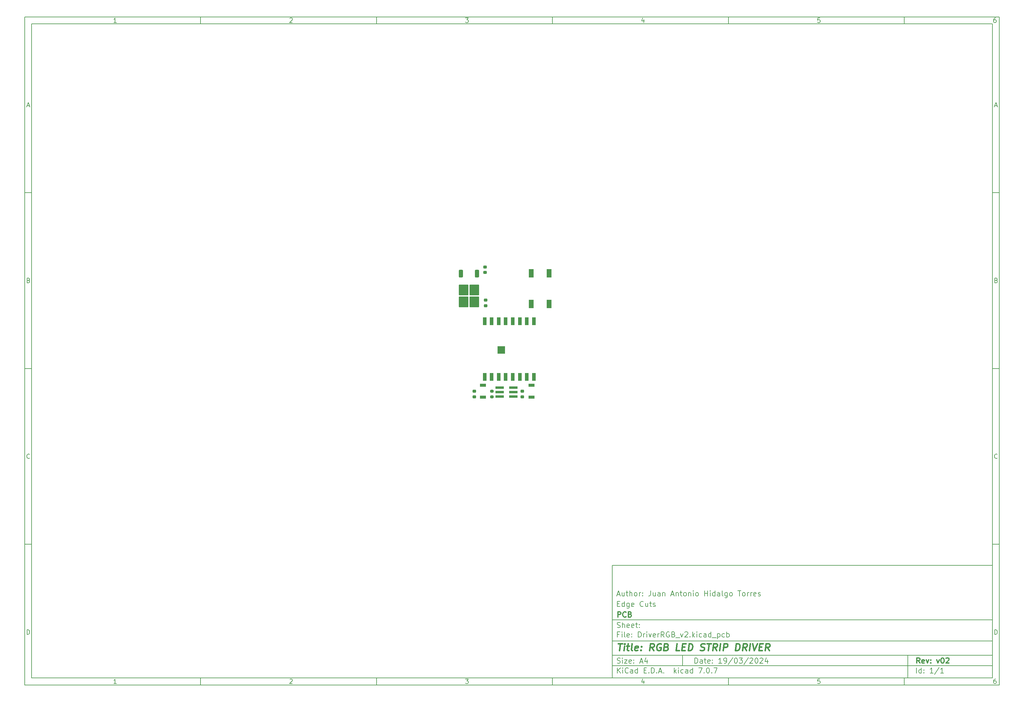
<source format=gbr>
%TF.GenerationSoftware,KiCad,Pcbnew,7.0.7*%
%TF.CreationDate,2024-04-11T18:02:48+02:00*%
%TF.ProjectId,DriverRGB_v2,44726976-6572-4524-9742-5f76322e6b69,v02*%
%TF.SameCoordinates,Original*%
%TF.FileFunction,Paste,Bot*%
%TF.FilePolarity,Positive*%
%FSLAX46Y46*%
G04 Gerber Fmt 4.6, Leading zero omitted, Abs format (unit mm)*
G04 Created by KiCad (PCBNEW 7.0.7) date 2024-04-11 18:02:48*
%MOMM*%
%LPD*%
G01*
G04 APERTURE LIST*
G04 Aperture macros list*
%AMRoundRect*
0 Rectangle with rounded corners*
0 $1 Rounding radius*
0 $2 $3 $4 $5 $6 $7 $8 $9 X,Y pos of 4 corners*
0 Add a 4 corners polygon primitive as box body*
4,1,4,$2,$3,$4,$5,$6,$7,$8,$9,$2,$3,0*
0 Add four circle primitives for the rounded corners*
1,1,$1+$1,$2,$3*
1,1,$1+$1,$4,$5*
1,1,$1+$1,$6,$7*
1,1,$1+$1,$8,$9*
0 Add four rect primitives between the rounded corners*
20,1,$1+$1,$2,$3,$4,$5,0*
20,1,$1+$1,$4,$5,$6,$7,0*
20,1,$1+$1,$6,$7,$8,$9,0*
20,1,$1+$1,$8,$9,$2,$3,0*%
G04 Aperture macros list end*
%ADD10C,0.100000*%
%ADD11C,0.150000*%
%ADD12C,0.300000*%
%ADD13C,0.400000*%
%ADD14C,0.010000*%
%ADD15R,1.700000X0.900000*%
%ADD16RoundRect,0.225000X0.250000X-0.225000X0.250000X0.225000X-0.250000X0.225000X-0.250000X-0.225000X0*%
%ADD17RoundRect,0.200000X-0.275000X0.200000X-0.275000X-0.200000X0.275000X-0.200000X0.275000X0.200000X0*%
%ADD18RoundRect,0.225000X-0.250000X0.225000X-0.250000X-0.225000X0.250000X-0.225000X0.250000X0.225000X0*%
%ADD19R,2.400000X0.760000*%
%ADD20R,1.350000X2.350000*%
%ADD21R,1.100000X2.200000*%
%ADD22RoundRect,0.250000X-0.350000X0.850000X-0.350000X-0.850000X0.350000X-0.850000X0.350000X0.850000X0*%
%ADD23RoundRect,0.250000X-1.125000X1.275000X-1.125000X-1.275000X1.125000X-1.275000X1.125000X1.275000X0*%
G04 APERTURE END LIST*
D10*
D11*
X177002200Y-166007200D02*
X285002200Y-166007200D01*
X285002200Y-198007200D01*
X177002200Y-198007200D01*
X177002200Y-166007200D01*
D10*
D11*
X10000000Y-10000000D02*
X287002200Y-10000000D01*
X287002200Y-200007200D01*
X10000000Y-200007200D01*
X10000000Y-10000000D01*
D10*
D11*
X12000000Y-12000000D02*
X285002200Y-12000000D01*
X285002200Y-198007200D01*
X12000000Y-198007200D01*
X12000000Y-12000000D01*
D10*
D11*
X60000000Y-12000000D02*
X60000000Y-10000000D01*
D10*
D11*
X110000000Y-12000000D02*
X110000000Y-10000000D01*
D10*
D11*
X160000000Y-12000000D02*
X160000000Y-10000000D01*
D10*
D11*
X210000000Y-12000000D02*
X210000000Y-10000000D01*
D10*
D11*
X260000000Y-12000000D02*
X260000000Y-10000000D01*
D10*
D11*
X36089160Y-11593604D02*
X35346303Y-11593604D01*
X35717731Y-11593604D02*
X35717731Y-10293604D01*
X35717731Y-10293604D02*
X35593922Y-10479319D01*
X35593922Y-10479319D02*
X35470112Y-10603128D01*
X35470112Y-10603128D02*
X35346303Y-10665033D01*
D10*
D11*
X85346303Y-10417414D02*
X85408207Y-10355509D01*
X85408207Y-10355509D02*
X85532017Y-10293604D01*
X85532017Y-10293604D02*
X85841541Y-10293604D01*
X85841541Y-10293604D02*
X85965350Y-10355509D01*
X85965350Y-10355509D02*
X86027255Y-10417414D01*
X86027255Y-10417414D02*
X86089160Y-10541223D01*
X86089160Y-10541223D02*
X86089160Y-10665033D01*
X86089160Y-10665033D02*
X86027255Y-10850747D01*
X86027255Y-10850747D02*
X85284398Y-11593604D01*
X85284398Y-11593604D02*
X86089160Y-11593604D01*
D10*
D11*
X135284398Y-10293604D02*
X136089160Y-10293604D01*
X136089160Y-10293604D02*
X135655826Y-10788842D01*
X135655826Y-10788842D02*
X135841541Y-10788842D01*
X135841541Y-10788842D02*
X135965350Y-10850747D01*
X135965350Y-10850747D02*
X136027255Y-10912652D01*
X136027255Y-10912652D02*
X136089160Y-11036461D01*
X136089160Y-11036461D02*
X136089160Y-11345985D01*
X136089160Y-11345985D02*
X136027255Y-11469795D01*
X136027255Y-11469795D02*
X135965350Y-11531700D01*
X135965350Y-11531700D02*
X135841541Y-11593604D01*
X135841541Y-11593604D02*
X135470112Y-11593604D01*
X135470112Y-11593604D02*
X135346303Y-11531700D01*
X135346303Y-11531700D02*
X135284398Y-11469795D01*
D10*
D11*
X185965350Y-10726938D02*
X185965350Y-11593604D01*
X185655826Y-10231700D02*
X185346303Y-11160271D01*
X185346303Y-11160271D02*
X186151064Y-11160271D01*
D10*
D11*
X236027255Y-10293604D02*
X235408207Y-10293604D01*
X235408207Y-10293604D02*
X235346303Y-10912652D01*
X235346303Y-10912652D02*
X235408207Y-10850747D01*
X235408207Y-10850747D02*
X235532017Y-10788842D01*
X235532017Y-10788842D02*
X235841541Y-10788842D01*
X235841541Y-10788842D02*
X235965350Y-10850747D01*
X235965350Y-10850747D02*
X236027255Y-10912652D01*
X236027255Y-10912652D02*
X236089160Y-11036461D01*
X236089160Y-11036461D02*
X236089160Y-11345985D01*
X236089160Y-11345985D02*
X236027255Y-11469795D01*
X236027255Y-11469795D02*
X235965350Y-11531700D01*
X235965350Y-11531700D02*
X235841541Y-11593604D01*
X235841541Y-11593604D02*
X235532017Y-11593604D01*
X235532017Y-11593604D02*
X235408207Y-11531700D01*
X235408207Y-11531700D02*
X235346303Y-11469795D01*
D10*
D11*
X285965350Y-10293604D02*
X285717731Y-10293604D01*
X285717731Y-10293604D02*
X285593922Y-10355509D01*
X285593922Y-10355509D02*
X285532017Y-10417414D01*
X285532017Y-10417414D02*
X285408207Y-10603128D01*
X285408207Y-10603128D02*
X285346303Y-10850747D01*
X285346303Y-10850747D02*
X285346303Y-11345985D01*
X285346303Y-11345985D02*
X285408207Y-11469795D01*
X285408207Y-11469795D02*
X285470112Y-11531700D01*
X285470112Y-11531700D02*
X285593922Y-11593604D01*
X285593922Y-11593604D02*
X285841541Y-11593604D01*
X285841541Y-11593604D02*
X285965350Y-11531700D01*
X285965350Y-11531700D02*
X286027255Y-11469795D01*
X286027255Y-11469795D02*
X286089160Y-11345985D01*
X286089160Y-11345985D02*
X286089160Y-11036461D01*
X286089160Y-11036461D02*
X286027255Y-10912652D01*
X286027255Y-10912652D02*
X285965350Y-10850747D01*
X285965350Y-10850747D02*
X285841541Y-10788842D01*
X285841541Y-10788842D02*
X285593922Y-10788842D01*
X285593922Y-10788842D02*
X285470112Y-10850747D01*
X285470112Y-10850747D02*
X285408207Y-10912652D01*
X285408207Y-10912652D02*
X285346303Y-11036461D01*
D10*
D11*
X60000000Y-198007200D02*
X60000000Y-200007200D01*
D10*
D11*
X110000000Y-198007200D02*
X110000000Y-200007200D01*
D10*
D11*
X160000000Y-198007200D02*
X160000000Y-200007200D01*
D10*
D11*
X210000000Y-198007200D02*
X210000000Y-200007200D01*
D10*
D11*
X260000000Y-198007200D02*
X260000000Y-200007200D01*
D10*
D11*
X36089160Y-199600804D02*
X35346303Y-199600804D01*
X35717731Y-199600804D02*
X35717731Y-198300804D01*
X35717731Y-198300804D02*
X35593922Y-198486519D01*
X35593922Y-198486519D02*
X35470112Y-198610328D01*
X35470112Y-198610328D02*
X35346303Y-198672233D01*
D10*
D11*
X85346303Y-198424614D02*
X85408207Y-198362709D01*
X85408207Y-198362709D02*
X85532017Y-198300804D01*
X85532017Y-198300804D02*
X85841541Y-198300804D01*
X85841541Y-198300804D02*
X85965350Y-198362709D01*
X85965350Y-198362709D02*
X86027255Y-198424614D01*
X86027255Y-198424614D02*
X86089160Y-198548423D01*
X86089160Y-198548423D02*
X86089160Y-198672233D01*
X86089160Y-198672233D02*
X86027255Y-198857947D01*
X86027255Y-198857947D02*
X85284398Y-199600804D01*
X85284398Y-199600804D02*
X86089160Y-199600804D01*
D10*
D11*
X135284398Y-198300804D02*
X136089160Y-198300804D01*
X136089160Y-198300804D02*
X135655826Y-198796042D01*
X135655826Y-198796042D02*
X135841541Y-198796042D01*
X135841541Y-198796042D02*
X135965350Y-198857947D01*
X135965350Y-198857947D02*
X136027255Y-198919852D01*
X136027255Y-198919852D02*
X136089160Y-199043661D01*
X136089160Y-199043661D02*
X136089160Y-199353185D01*
X136089160Y-199353185D02*
X136027255Y-199476995D01*
X136027255Y-199476995D02*
X135965350Y-199538900D01*
X135965350Y-199538900D02*
X135841541Y-199600804D01*
X135841541Y-199600804D02*
X135470112Y-199600804D01*
X135470112Y-199600804D02*
X135346303Y-199538900D01*
X135346303Y-199538900D02*
X135284398Y-199476995D01*
D10*
D11*
X185965350Y-198734138D02*
X185965350Y-199600804D01*
X185655826Y-198238900D02*
X185346303Y-199167471D01*
X185346303Y-199167471D02*
X186151064Y-199167471D01*
D10*
D11*
X236027255Y-198300804D02*
X235408207Y-198300804D01*
X235408207Y-198300804D02*
X235346303Y-198919852D01*
X235346303Y-198919852D02*
X235408207Y-198857947D01*
X235408207Y-198857947D02*
X235532017Y-198796042D01*
X235532017Y-198796042D02*
X235841541Y-198796042D01*
X235841541Y-198796042D02*
X235965350Y-198857947D01*
X235965350Y-198857947D02*
X236027255Y-198919852D01*
X236027255Y-198919852D02*
X236089160Y-199043661D01*
X236089160Y-199043661D02*
X236089160Y-199353185D01*
X236089160Y-199353185D02*
X236027255Y-199476995D01*
X236027255Y-199476995D02*
X235965350Y-199538900D01*
X235965350Y-199538900D02*
X235841541Y-199600804D01*
X235841541Y-199600804D02*
X235532017Y-199600804D01*
X235532017Y-199600804D02*
X235408207Y-199538900D01*
X235408207Y-199538900D02*
X235346303Y-199476995D01*
D10*
D11*
X285965350Y-198300804D02*
X285717731Y-198300804D01*
X285717731Y-198300804D02*
X285593922Y-198362709D01*
X285593922Y-198362709D02*
X285532017Y-198424614D01*
X285532017Y-198424614D02*
X285408207Y-198610328D01*
X285408207Y-198610328D02*
X285346303Y-198857947D01*
X285346303Y-198857947D02*
X285346303Y-199353185D01*
X285346303Y-199353185D02*
X285408207Y-199476995D01*
X285408207Y-199476995D02*
X285470112Y-199538900D01*
X285470112Y-199538900D02*
X285593922Y-199600804D01*
X285593922Y-199600804D02*
X285841541Y-199600804D01*
X285841541Y-199600804D02*
X285965350Y-199538900D01*
X285965350Y-199538900D02*
X286027255Y-199476995D01*
X286027255Y-199476995D02*
X286089160Y-199353185D01*
X286089160Y-199353185D02*
X286089160Y-199043661D01*
X286089160Y-199043661D02*
X286027255Y-198919852D01*
X286027255Y-198919852D02*
X285965350Y-198857947D01*
X285965350Y-198857947D02*
X285841541Y-198796042D01*
X285841541Y-198796042D02*
X285593922Y-198796042D01*
X285593922Y-198796042D02*
X285470112Y-198857947D01*
X285470112Y-198857947D02*
X285408207Y-198919852D01*
X285408207Y-198919852D02*
X285346303Y-199043661D01*
D10*
D11*
X10000000Y-60000000D02*
X12000000Y-60000000D01*
D10*
D11*
X10000000Y-110000000D02*
X12000000Y-110000000D01*
D10*
D11*
X10000000Y-160000000D02*
X12000000Y-160000000D01*
D10*
D11*
X10690476Y-35222176D02*
X11309523Y-35222176D01*
X10566666Y-35593604D02*
X10999999Y-34293604D01*
X10999999Y-34293604D02*
X11433333Y-35593604D01*
D10*
D11*
X11092857Y-84912652D02*
X11278571Y-84974557D01*
X11278571Y-84974557D02*
X11340476Y-85036461D01*
X11340476Y-85036461D02*
X11402380Y-85160271D01*
X11402380Y-85160271D02*
X11402380Y-85345985D01*
X11402380Y-85345985D02*
X11340476Y-85469795D01*
X11340476Y-85469795D02*
X11278571Y-85531700D01*
X11278571Y-85531700D02*
X11154761Y-85593604D01*
X11154761Y-85593604D02*
X10659523Y-85593604D01*
X10659523Y-85593604D02*
X10659523Y-84293604D01*
X10659523Y-84293604D02*
X11092857Y-84293604D01*
X11092857Y-84293604D02*
X11216666Y-84355509D01*
X11216666Y-84355509D02*
X11278571Y-84417414D01*
X11278571Y-84417414D02*
X11340476Y-84541223D01*
X11340476Y-84541223D02*
X11340476Y-84665033D01*
X11340476Y-84665033D02*
X11278571Y-84788842D01*
X11278571Y-84788842D02*
X11216666Y-84850747D01*
X11216666Y-84850747D02*
X11092857Y-84912652D01*
X11092857Y-84912652D02*
X10659523Y-84912652D01*
D10*
D11*
X11402380Y-135469795D02*
X11340476Y-135531700D01*
X11340476Y-135531700D02*
X11154761Y-135593604D01*
X11154761Y-135593604D02*
X11030952Y-135593604D01*
X11030952Y-135593604D02*
X10845238Y-135531700D01*
X10845238Y-135531700D02*
X10721428Y-135407890D01*
X10721428Y-135407890D02*
X10659523Y-135284080D01*
X10659523Y-135284080D02*
X10597619Y-135036461D01*
X10597619Y-135036461D02*
X10597619Y-134850747D01*
X10597619Y-134850747D02*
X10659523Y-134603128D01*
X10659523Y-134603128D02*
X10721428Y-134479319D01*
X10721428Y-134479319D02*
X10845238Y-134355509D01*
X10845238Y-134355509D02*
X11030952Y-134293604D01*
X11030952Y-134293604D02*
X11154761Y-134293604D01*
X11154761Y-134293604D02*
X11340476Y-134355509D01*
X11340476Y-134355509D02*
X11402380Y-134417414D01*
D10*
D11*
X10659523Y-185593604D02*
X10659523Y-184293604D01*
X10659523Y-184293604D02*
X10969047Y-184293604D01*
X10969047Y-184293604D02*
X11154761Y-184355509D01*
X11154761Y-184355509D02*
X11278571Y-184479319D01*
X11278571Y-184479319D02*
X11340476Y-184603128D01*
X11340476Y-184603128D02*
X11402380Y-184850747D01*
X11402380Y-184850747D02*
X11402380Y-185036461D01*
X11402380Y-185036461D02*
X11340476Y-185284080D01*
X11340476Y-185284080D02*
X11278571Y-185407890D01*
X11278571Y-185407890D02*
X11154761Y-185531700D01*
X11154761Y-185531700D02*
X10969047Y-185593604D01*
X10969047Y-185593604D02*
X10659523Y-185593604D01*
D10*
D11*
X287002200Y-60000000D02*
X285002200Y-60000000D01*
D10*
D11*
X287002200Y-110000000D02*
X285002200Y-110000000D01*
D10*
D11*
X287002200Y-160000000D02*
X285002200Y-160000000D01*
D10*
D11*
X285692676Y-35222176D02*
X286311723Y-35222176D01*
X285568866Y-35593604D02*
X286002199Y-34293604D01*
X286002199Y-34293604D02*
X286435533Y-35593604D01*
D10*
D11*
X286095057Y-84912652D02*
X286280771Y-84974557D01*
X286280771Y-84974557D02*
X286342676Y-85036461D01*
X286342676Y-85036461D02*
X286404580Y-85160271D01*
X286404580Y-85160271D02*
X286404580Y-85345985D01*
X286404580Y-85345985D02*
X286342676Y-85469795D01*
X286342676Y-85469795D02*
X286280771Y-85531700D01*
X286280771Y-85531700D02*
X286156961Y-85593604D01*
X286156961Y-85593604D02*
X285661723Y-85593604D01*
X285661723Y-85593604D02*
X285661723Y-84293604D01*
X285661723Y-84293604D02*
X286095057Y-84293604D01*
X286095057Y-84293604D02*
X286218866Y-84355509D01*
X286218866Y-84355509D02*
X286280771Y-84417414D01*
X286280771Y-84417414D02*
X286342676Y-84541223D01*
X286342676Y-84541223D02*
X286342676Y-84665033D01*
X286342676Y-84665033D02*
X286280771Y-84788842D01*
X286280771Y-84788842D02*
X286218866Y-84850747D01*
X286218866Y-84850747D02*
X286095057Y-84912652D01*
X286095057Y-84912652D02*
X285661723Y-84912652D01*
D10*
D11*
X286404580Y-135469795D02*
X286342676Y-135531700D01*
X286342676Y-135531700D02*
X286156961Y-135593604D01*
X286156961Y-135593604D02*
X286033152Y-135593604D01*
X286033152Y-135593604D02*
X285847438Y-135531700D01*
X285847438Y-135531700D02*
X285723628Y-135407890D01*
X285723628Y-135407890D02*
X285661723Y-135284080D01*
X285661723Y-135284080D02*
X285599819Y-135036461D01*
X285599819Y-135036461D02*
X285599819Y-134850747D01*
X285599819Y-134850747D02*
X285661723Y-134603128D01*
X285661723Y-134603128D02*
X285723628Y-134479319D01*
X285723628Y-134479319D02*
X285847438Y-134355509D01*
X285847438Y-134355509D02*
X286033152Y-134293604D01*
X286033152Y-134293604D02*
X286156961Y-134293604D01*
X286156961Y-134293604D02*
X286342676Y-134355509D01*
X286342676Y-134355509D02*
X286404580Y-134417414D01*
D10*
D11*
X285661723Y-185593604D02*
X285661723Y-184293604D01*
X285661723Y-184293604D02*
X285971247Y-184293604D01*
X285971247Y-184293604D02*
X286156961Y-184355509D01*
X286156961Y-184355509D02*
X286280771Y-184479319D01*
X286280771Y-184479319D02*
X286342676Y-184603128D01*
X286342676Y-184603128D02*
X286404580Y-184850747D01*
X286404580Y-184850747D02*
X286404580Y-185036461D01*
X286404580Y-185036461D02*
X286342676Y-185284080D01*
X286342676Y-185284080D02*
X286280771Y-185407890D01*
X286280771Y-185407890D02*
X286156961Y-185531700D01*
X286156961Y-185531700D02*
X285971247Y-185593604D01*
X285971247Y-185593604D02*
X285661723Y-185593604D01*
D10*
D11*
X200458026Y-193793328D02*
X200458026Y-192293328D01*
X200458026Y-192293328D02*
X200815169Y-192293328D01*
X200815169Y-192293328D02*
X201029455Y-192364757D01*
X201029455Y-192364757D02*
X201172312Y-192507614D01*
X201172312Y-192507614D02*
X201243741Y-192650471D01*
X201243741Y-192650471D02*
X201315169Y-192936185D01*
X201315169Y-192936185D02*
X201315169Y-193150471D01*
X201315169Y-193150471D02*
X201243741Y-193436185D01*
X201243741Y-193436185D02*
X201172312Y-193579042D01*
X201172312Y-193579042D02*
X201029455Y-193721900D01*
X201029455Y-193721900D02*
X200815169Y-193793328D01*
X200815169Y-193793328D02*
X200458026Y-193793328D01*
X202600884Y-193793328D02*
X202600884Y-193007614D01*
X202600884Y-193007614D02*
X202529455Y-192864757D01*
X202529455Y-192864757D02*
X202386598Y-192793328D01*
X202386598Y-192793328D02*
X202100884Y-192793328D01*
X202100884Y-192793328D02*
X201958026Y-192864757D01*
X202600884Y-193721900D02*
X202458026Y-193793328D01*
X202458026Y-193793328D02*
X202100884Y-193793328D01*
X202100884Y-193793328D02*
X201958026Y-193721900D01*
X201958026Y-193721900D02*
X201886598Y-193579042D01*
X201886598Y-193579042D02*
X201886598Y-193436185D01*
X201886598Y-193436185D02*
X201958026Y-193293328D01*
X201958026Y-193293328D02*
X202100884Y-193221900D01*
X202100884Y-193221900D02*
X202458026Y-193221900D01*
X202458026Y-193221900D02*
X202600884Y-193150471D01*
X203100884Y-192793328D02*
X203672312Y-192793328D01*
X203315169Y-192293328D02*
X203315169Y-193579042D01*
X203315169Y-193579042D02*
X203386598Y-193721900D01*
X203386598Y-193721900D02*
X203529455Y-193793328D01*
X203529455Y-193793328D02*
X203672312Y-193793328D01*
X204743741Y-193721900D02*
X204600884Y-193793328D01*
X204600884Y-193793328D02*
X204315170Y-193793328D01*
X204315170Y-193793328D02*
X204172312Y-193721900D01*
X204172312Y-193721900D02*
X204100884Y-193579042D01*
X204100884Y-193579042D02*
X204100884Y-193007614D01*
X204100884Y-193007614D02*
X204172312Y-192864757D01*
X204172312Y-192864757D02*
X204315170Y-192793328D01*
X204315170Y-192793328D02*
X204600884Y-192793328D01*
X204600884Y-192793328D02*
X204743741Y-192864757D01*
X204743741Y-192864757D02*
X204815170Y-193007614D01*
X204815170Y-193007614D02*
X204815170Y-193150471D01*
X204815170Y-193150471D02*
X204100884Y-193293328D01*
X205458026Y-193650471D02*
X205529455Y-193721900D01*
X205529455Y-193721900D02*
X205458026Y-193793328D01*
X205458026Y-193793328D02*
X205386598Y-193721900D01*
X205386598Y-193721900D02*
X205458026Y-193650471D01*
X205458026Y-193650471D02*
X205458026Y-193793328D01*
X205458026Y-192864757D02*
X205529455Y-192936185D01*
X205529455Y-192936185D02*
X205458026Y-193007614D01*
X205458026Y-193007614D02*
X205386598Y-192936185D01*
X205386598Y-192936185D02*
X205458026Y-192864757D01*
X205458026Y-192864757D02*
X205458026Y-193007614D01*
X208100884Y-193793328D02*
X207243741Y-193793328D01*
X207672312Y-193793328D02*
X207672312Y-192293328D01*
X207672312Y-192293328D02*
X207529455Y-192507614D01*
X207529455Y-192507614D02*
X207386598Y-192650471D01*
X207386598Y-192650471D02*
X207243741Y-192721900D01*
X208815169Y-193793328D02*
X209100883Y-193793328D01*
X209100883Y-193793328D02*
X209243740Y-193721900D01*
X209243740Y-193721900D02*
X209315169Y-193650471D01*
X209315169Y-193650471D02*
X209458026Y-193436185D01*
X209458026Y-193436185D02*
X209529455Y-193150471D01*
X209529455Y-193150471D02*
X209529455Y-192579042D01*
X209529455Y-192579042D02*
X209458026Y-192436185D01*
X209458026Y-192436185D02*
X209386598Y-192364757D01*
X209386598Y-192364757D02*
X209243740Y-192293328D01*
X209243740Y-192293328D02*
X208958026Y-192293328D01*
X208958026Y-192293328D02*
X208815169Y-192364757D01*
X208815169Y-192364757D02*
X208743740Y-192436185D01*
X208743740Y-192436185D02*
X208672312Y-192579042D01*
X208672312Y-192579042D02*
X208672312Y-192936185D01*
X208672312Y-192936185D02*
X208743740Y-193079042D01*
X208743740Y-193079042D02*
X208815169Y-193150471D01*
X208815169Y-193150471D02*
X208958026Y-193221900D01*
X208958026Y-193221900D02*
X209243740Y-193221900D01*
X209243740Y-193221900D02*
X209386598Y-193150471D01*
X209386598Y-193150471D02*
X209458026Y-193079042D01*
X209458026Y-193079042D02*
X209529455Y-192936185D01*
X211243740Y-192221900D02*
X209958026Y-194150471D01*
X212029455Y-192293328D02*
X212172312Y-192293328D01*
X212172312Y-192293328D02*
X212315169Y-192364757D01*
X212315169Y-192364757D02*
X212386598Y-192436185D01*
X212386598Y-192436185D02*
X212458026Y-192579042D01*
X212458026Y-192579042D02*
X212529455Y-192864757D01*
X212529455Y-192864757D02*
X212529455Y-193221900D01*
X212529455Y-193221900D02*
X212458026Y-193507614D01*
X212458026Y-193507614D02*
X212386598Y-193650471D01*
X212386598Y-193650471D02*
X212315169Y-193721900D01*
X212315169Y-193721900D02*
X212172312Y-193793328D01*
X212172312Y-193793328D02*
X212029455Y-193793328D01*
X212029455Y-193793328D02*
X211886598Y-193721900D01*
X211886598Y-193721900D02*
X211815169Y-193650471D01*
X211815169Y-193650471D02*
X211743740Y-193507614D01*
X211743740Y-193507614D02*
X211672312Y-193221900D01*
X211672312Y-193221900D02*
X211672312Y-192864757D01*
X211672312Y-192864757D02*
X211743740Y-192579042D01*
X211743740Y-192579042D02*
X211815169Y-192436185D01*
X211815169Y-192436185D02*
X211886598Y-192364757D01*
X211886598Y-192364757D02*
X212029455Y-192293328D01*
X213029454Y-192293328D02*
X213958026Y-192293328D01*
X213958026Y-192293328D02*
X213458026Y-192864757D01*
X213458026Y-192864757D02*
X213672311Y-192864757D01*
X213672311Y-192864757D02*
X213815169Y-192936185D01*
X213815169Y-192936185D02*
X213886597Y-193007614D01*
X213886597Y-193007614D02*
X213958026Y-193150471D01*
X213958026Y-193150471D02*
X213958026Y-193507614D01*
X213958026Y-193507614D02*
X213886597Y-193650471D01*
X213886597Y-193650471D02*
X213815169Y-193721900D01*
X213815169Y-193721900D02*
X213672311Y-193793328D01*
X213672311Y-193793328D02*
X213243740Y-193793328D01*
X213243740Y-193793328D02*
X213100883Y-193721900D01*
X213100883Y-193721900D02*
X213029454Y-193650471D01*
X215672311Y-192221900D02*
X214386597Y-194150471D01*
X216100883Y-192436185D02*
X216172311Y-192364757D01*
X216172311Y-192364757D02*
X216315169Y-192293328D01*
X216315169Y-192293328D02*
X216672311Y-192293328D01*
X216672311Y-192293328D02*
X216815169Y-192364757D01*
X216815169Y-192364757D02*
X216886597Y-192436185D01*
X216886597Y-192436185D02*
X216958026Y-192579042D01*
X216958026Y-192579042D02*
X216958026Y-192721900D01*
X216958026Y-192721900D02*
X216886597Y-192936185D01*
X216886597Y-192936185D02*
X216029454Y-193793328D01*
X216029454Y-193793328D02*
X216958026Y-193793328D01*
X217886597Y-192293328D02*
X218029454Y-192293328D01*
X218029454Y-192293328D02*
X218172311Y-192364757D01*
X218172311Y-192364757D02*
X218243740Y-192436185D01*
X218243740Y-192436185D02*
X218315168Y-192579042D01*
X218315168Y-192579042D02*
X218386597Y-192864757D01*
X218386597Y-192864757D02*
X218386597Y-193221900D01*
X218386597Y-193221900D02*
X218315168Y-193507614D01*
X218315168Y-193507614D02*
X218243740Y-193650471D01*
X218243740Y-193650471D02*
X218172311Y-193721900D01*
X218172311Y-193721900D02*
X218029454Y-193793328D01*
X218029454Y-193793328D02*
X217886597Y-193793328D01*
X217886597Y-193793328D02*
X217743740Y-193721900D01*
X217743740Y-193721900D02*
X217672311Y-193650471D01*
X217672311Y-193650471D02*
X217600882Y-193507614D01*
X217600882Y-193507614D02*
X217529454Y-193221900D01*
X217529454Y-193221900D02*
X217529454Y-192864757D01*
X217529454Y-192864757D02*
X217600882Y-192579042D01*
X217600882Y-192579042D02*
X217672311Y-192436185D01*
X217672311Y-192436185D02*
X217743740Y-192364757D01*
X217743740Y-192364757D02*
X217886597Y-192293328D01*
X218958025Y-192436185D02*
X219029453Y-192364757D01*
X219029453Y-192364757D02*
X219172311Y-192293328D01*
X219172311Y-192293328D02*
X219529453Y-192293328D01*
X219529453Y-192293328D02*
X219672311Y-192364757D01*
X219672311Y-192364757D02*
X219743739Y-192436185D01*
X219743739Y-192436185D02*
X219815168Y-192579042D01*
X219815168Y-192579042D02*
X219815168Y-192721900D01*
X219815168Y-192721900D02*
X219743739Y-192936185D01*
X219743739Y-192936185D02*
X218886596Y-193793328D01*
X218886596Y-193793328D02*
X219815168Y-193793328D01*
X221100882Y-192793328D02*
X221100882Y-193793328D01*
X220743739Y-192221900D02*
X220386596Y-193293328D01*
X220386596Y-193293328D02*
X221315167Y-193293328D01*
D10*
D11*
X177002200Y-194507200D02*
X285002200Y-194507200D01*
D10*
D11*
X178458026Y-196593328D02*
X178458026Y-195093328D01*
X179315169Y-196593328D02*
X178672312Y-195736185D01*
X179315169Y-195093328D02*
X178458026Y-195950471D01*
X179958026Y-196593328D02*
X179958026Y-195593328D01*
X179958026Y-195093328D02*
X179886598Y-195164757D01*
X179886598Y-195164757D02*
X179958026Y-195236185D01*
X179958026Y-195236185D02*
X180029455Y-195164757D01*
X180029455Y-195164757D02*
X179958026Y-195093328D01*
X179958026Y-195093328D02*
X179958026Y-195236185D01*
X181529455Y-196450471D02*
X181458027Y-196521900D01*
X181458027Y-196521900D02*
X181243741Y-196593328D01*
X181243741Y-196593328D02*
X181100884Y-196593328D01*
X181100884Y-196593328D02*
X180886598Y-196521900D01*
X180886598Y-196521900D02*
X180743741Y-196379042D01*
X180743741Y-196379042D02*
X180672312Y-196236185D01*
X180672312Y-196236185D02*
X180600884Y-195950471D01*
X180600884Y-195950471D02*
X180600884Y-195736185D01*
X180600884Y-195736185D02*
X180672312Y-195450471D01*
X180672312Y-195450471D02*
X180743741Y-195307614D01*
X180743741Y-195307614D02*
X180886598Y-195164757D01*
X180886598Y-195164757D02*
X181100884Y-195093328D01*
X181100884Y-195093328D02*
X181243741Y-195093328D01*
X181243741Y-195093328D02*
X181458027Y-195164757D01*
X181458027Y-195164757D02*
X181529455Y-195236185D01*
X182815170Y-196593328D02*
X182815170Y-195807614D01*
X182815170Y-195807614D02*
X182743741Y-195664757D01*
X182743741Y-195664757D02*
X182600884Y-195593328D01*
X182600884Y-195593328D02*
X182315170Y-195593328D01*
X182315170Y-195593328D02*
X182172312Y-195664757D01*
X182815170Y-196521900D02*
X182672312Y-196593328D01*
X182672312Y-196593328D02*
X182315170Y-196593328D01*
X182315170Y-196593328D02*
X182172312Y-196521900D01*
X182172312Y-196521900D02*
X182100884Y-196379042D01*
X182100884Y-196379042D02*
X182100884Y-196236185D01*
X182100884Y-196236185D02*
X182172312Y-196093328D01*
X182172312Y-196093328D02*
X182315170Y-196021900D01*
X182315170Y-196021900D02*
X182672312Y-196021900D01*
X182672312Y-196021900D02*
X182815170Y-195950471D01*
X184172313Y-196593328D02*
X184172313Y-195093328D01*
X184172313Y-196521900D02*
X184029455Y-196593328D01*
X184029455Y-196593328D02*
X183743741Y-196593328D01*
X183743741Y-196593328D02*
X183600884Y-196521900D01*
X183600884Y-196521900D02*
X183529455Y-196450471D01*
X183529455Y-196450471D02*
X183458027Y-196307614D01*
X183458027Y-196307614D02*
X183458027Y-195879042D01*
X183458027Y-195879042D02*
X183529455Y-195736185D01*
X183529455Y-195736185D02*
X183600884Y-195664757D01*
X183600884Y-195664757D02*
X183743741Y-195593328D01*
X183743741Y-195593328D02*
X184029455Y-195593328D01*
X184029455Y-195593328D02*
X184172313Y-195664757D01*
X186029455Y-195807614D02*
X186529455Y-195807614D01*
X186743741Y-196593328D02*
X186029455Y-196593328D01*
X186029455Y-196593328D02*
X186029455Y-195093328D01*
X186029455Y-195093328D02*
X186743741Y-195093328D01*
X187386598Y-196450471D02*
X187458027Y-196521900D01*
X187458027Y-196521900D02*
X187386598Y-196593328D01*
X187386598Y-196593328D02*
X187315170Y-196521900D01*
X187315170Y-196521900D02*
X187386598Y-196450471D01*
X187386598Y-196450471D02*
X187386598Y-196593328D01*
X188100884Y-196593328D02*
X188100884Y-195093328D01*
X188100884Y-195093328D02*
X188458027Y-195093328D01*
X188458027Y-195093328D02*
X188672313Y-195164757D01*
X188672313Y-195164757D02*
X188815170Y-195307614D01*
X188815170Y-195307614D02*
X188886599Y-195450471D01*
X188886599Y-195450471D02*
X188958027Y-195736185D01*
X188958027Y-195736185D02*
X188958027Y-195950471D01*
X188958027Y-195950471D02*
X188886599Y-196236185D01*
X188886599Y-196236185D02*
X188815170Y-196379042D01*
X188815170Y-196379042D02*
X188672313Y-196521900D01*
X188672313Y-196521900D02*
X188458027Y-196593328D01*
X188458027Y-196593328D02*
X188100884Y-196593328D01*
X189600884Y-196450471D02*
X189672313Y-196521900D01*
X189672313Y-196521900D02*
X189600884Y-196593328D01*
X189600884Y-196593328D02*
X189529456Y-196521900D01*
X189529456Y-196521900D02*
X189600884Y-196450471D01*
X189600884Y-196450471D02*
X189600884Y-196593328D01*
X190243742Y-196164757D02*
X190958028Y-196164757D01*
X190100885Y-196593328D02*
X190600885Y-195093328D01*
X190600885Y-195093328D02*
X191100885Y-196593328D01*
X191600884Y-196450471D02*
X191672313Y-196521900D01*
X191672313Y-196521900D02*
X191600884Y-196593328D01*
X191600884Y-196593328D02*
X191529456Y-196521900D01*
X191529456Y-196521900D02*
X191600884Y-196450471D01*
X191600884Y-196450471D02*
X191600884Y-196593328D01*
X194600884Y-196593328D02*
X194600884Y-195093328D01*
X194743742Y-196021900D02*
X195172313Y-196593328D01*
X195172313Y-195593328D02*
X194600884Y-196164757D01*
X195815170Y-196593328D02*
X195815170Y-195593328D01*
X195815170Y-195093328D02*
X195743742Y-195164757D01*
X195743742Y-195164757D02*
X195815170Y-195236185D01*
X195815170Y-195236185D02*
X195886599Y-195164757D01*
X195886599Y-195164757D02*
X195815170Y-195093328D01*
X195815170Y-195093328D02*
X195815170Y-195236185D01*
X197172314Y-196521900D02*
X197029456Y-196593328D01*
X197029456Y-196593328D02*
X196743742Y-196593328D01*
X196743742Y-196593328D02*
X196600885Y-196521900D01*
X196600885Y-196521900D02*
X196529456Y-196450471D01*
X196529456Y-196450471D02*
X196458028Y-196307614D01*
X196458028Y-196307614D02*
X196458028Y-195879042D01*
X196458028Y-195879042D02*
X196529456Y-195736185D01*
X196529456Y-195736185D02*
X196600885Y-195664757D01*
X196600885Y-195664757D02*
X196743742Y-195593328D01*
X196743742Y-195593328D02*
X197029456Y-195593328D01*
X197029456Y-195593328D02*
X197172314Y-195664757D01*
X198458028Y-196593328D02*
X198458028Y-195807614D01*
X198458028Y-195807614D02*
X198386599Y-195664757D01*
X198386599Y-195664757D02*
X198243742Y-195593328D01*
X198243742Y-195593328D02*
X197958028Y-195593328D01*
X197958028Y-195593328D02*
X197815170Y-195664757D01*
X198458028Y-196521900D02*
X198315170Y-196593328D01*
X198315170Y-196593328D02*
X197958028Y-196593328D01*
X197958028Y-196593328D02*
X197815170Y-196521900D01*
X197815170Y-196521900D02*
X197743742Y-196379042D01*
X197743742Y-196379042D02*
X197743742Y-196236185D01*
X197743742Y-196236185D02*
X197815170Y-196093328D01*
X197815170Y-196093328D02*
X197958028Y-196021900D01*
X197958028Y-196021900D02*
X198315170Y-196021900D01*
X198315170Y-196021900D02*
X198458028Y-195950471D01*
X199815171Y-196593328D02*
X199815171Y-195093328D01*
X199815171Y-196521900D02*
X199672313Y-196593328D01*
X199672313Y-196593328D02*
X199386599Y-196593328D01*
X199386599Y-196593328D02*
X199243742Y-196521900D01*
X199243742Y-196521900D02*
X199172313Y-196450471D01*
X199172313Y-196450471D02*
X199100885Y-196307614D01*
X199100885Y-196307614D02*
X199100885Y-195879042D01*
X199100885Y-195879042D02*
X199172313Y-195736185D01*
X199172313Y-195736185D02*
X199243742Y-195664757D01*
X199243742Y-195664757D02*
X199386599Y-195593328D01*
X199386599Y-195593328D02*
X199672313Y-195593328D01*
X199672313Y-195593328D02*
X199815171Y-195664757D01*
X201529456Y-195093328D02*
X202529456Y-195093328D01*
X202529456Y-195093328D02*
X201886599Y-196593328D01*
X203100884Y-196450471D02*
X203172313Y-196521900D01*
X203172313Y-196521900D02*
X203100884Y-196593328D01*
X203100884Y-196593328D02*
X203029456Y-196521900D01*
X203029456Y-196521900D02*
X203100884Y-196450471D01*
X203100884Y-196450471D02*
X203100884Y-196593328D01*
X204100885Y-195093328D02*
X204243742Y-195093328D01*
X204243742Y-195093328D02*
X204386599Y-195164757D01*
X204386599Y-195164757D02*
X204458028Y-195236185D01*
X204458028Y-195236185D02*
X204529456Y-195379042D01*
X204529456Y-195379042D02*
X204600885Y-195664757D01*
X204600885Y-195664757D02*
X204600885Y-196021900D01*
X204600885Y-196021900D02*
X204529456Y-196307614D01*
X204529456Y-196307614D02*
X204458028Y-196450471D01*
X204458028Y-196450471D02*
X204386599Y-196521900D01*
X204386599Y-196521900D02*
X204243742Y-196593328D01*
X204243742Y-196593328D02*
X204100885Y-196593328D01*
X204100885Y-196593328D02*
X203958028Y-196521900D01*
X203958028Y-196521900D02*
X203886599Y-196450471D01*
X203886599Y-196450471D02*
X203815170Y-196307614D01*
X203815170Y-196307614D02*
X203743742Y-196021900D01*
X203743742Y-196021900D02*
X203743742Y-195664757D01*
X203743742Y-195664757D02*
X203815170Y-195379042D01*
X203815170Y-195379042D02*
X203886599Y-195236185D01*
X203886599Y-195236185D02*
X203958028Y-195164757D01*
X203958028Y-195164757D02*
X204100885Y-195093328D01*
X205243741Y-196450471D02*
X205315170Y-196521900D01*
X205315170Y-196521900D02*
X205243741Y-196593328D01*
X205243741Y-196593328D02*
X205172313Y-196521900D01*
X205172313Y-196521900D02*
X205243741Y-196450471D01*
X205243741Y-196450471D02*
X205243741Y-196593328D01*
X205815170Y-195093328D02*
X206815170Y-195093328D01*
X206815170Y-195093328D02*
X206172313Y-196593328D01*
D10*
D11*
X177002200Y-191507200D02*
X285002200Y-191507200D01*
D10*
D12*
X264413853Y-193785528D02*
X263913853Y-193071242D01*
X263556710Y-193785528D02*
X263556710Y-192285528D01*
X263556710Y-192285528D02*
X264128139Y-192285528D01*
X264128139Y-192285528D02*
X264270996Y-192356957D01*
X264270996Y-192356957D02*
X264342425Y-192428385D01*
X264342425Y-192428385D02*
X264413853Y-192571242D01*
X264413853Y-192571242D02*
X264413853Y-192785528D01*
X264413853Y-192785528D02*
X264342425Y-192928385D01*
X264342425Y-192928385D02*
X264270996Y-192999814D01*
X264270996Y-192999814D02*
X264128139Y-193071242D01*
X264128139Y-193071242D02*
X263556710Y-193071242D01*
X265628139Y-193714100D02*
X265485282Y-193785528D01*
X265485282Y-193785528D02*
X265199568Y-193785528D01*
X265199568Y-193785528D02*
X265056710Y-193714100D01*
X265056710Y-193714100D02*
X264985282Y-193571242D01*
X264985282Y-193571242D02*
X264985282Y-192999814D01*
X264985282Y-192999814D02*
X265056710Y-192856957D01*
X265056710Y-192856957D02*
X265199568Y-192785528D01*
X265199568Y-192785528D02*
X265485282Y-192785528D01*
X265485282Y-192785528D02*
X265628139Y-192856957D01*
X265628139Y-192856957D02*
X265699568Y-192999814D01*
X265699568Y-192999814D02*
X265699568Y-193142671D01*
X265699568Y-193142671D02*
X264985282Y-193285528D01*
X266199567Y-192785528D02*
X266556710Y-193785528D01*
X266556710Y-193785528D02*
X266913853Y-192785528D01*
X267485281Y-193642671D02*
X267556710Y-193714100D01*
X267556710Y-193714100D02*
X267485281Y-193785528D01*
X267485281Y-193785528D02*
X267413853Y-193714100D01*
X267413853Y-193714100D02*
X267485281Y-193642671D01*
X267485281Y-193642671D02*
X267485281Y-193785528D01*
X267485281Y-192856957D02*
X267556710Y-192928385D01*
X267556710Y-192928385D02*
X267485281Y-192999814D01*
X267485281Y-192999814D02*
X267413853Y-192928385D01*
X267413853Y-192928385D02*
X267485281Y-192856957D01*
X267485281Y-192856957D02*
X267485281Y-192999814D01*
X269199567Y-192785528D02*
X269556710Y-193785528D01*
X269556710Y-193785528D02*
X269913853Y-192785528D01*
X270770996Y-192285528D02*
X270913853Y-192285528D01*
X270913853Y-192285528D02*
X271056710Y-192356957D01*
X271056710Y-192356957D02*
X271128139Y-192428385D01*
X271128139Y-192428385D02*
X271199567Y-192571242D01*
X271199567Y-192571242D02*
X271270996Y-192856957D01*
X271270996Y-192856957D02*
X271270996Y-193214100D01*
X271270996Y-193214100D02*
X271199567Y-193499814D01*
X271199567Y-193499814D02*
X271128139Y-193642671D01*
X271128139Y-193642671D02*
X271056710Y-193714100D01*
X271056710Y-193714100D02*
X270913853Y-193785528D01*
X270913853Y-193785528D02*
X270770996Y-193785528D01*
X270770996Y-193785528D02*
X270628139Y-193714100D01*
X270628139Y-193714100D02*
X270556710Y-193642671D01*
X270556710Y-193642671D02*
X270485281Y-193499814D01*
X270485281Y-193499814D02*
X270413853Y-193214100D01*
X270413853Y-193214100D02*
X270413853Y-192856957D01*
X270413853Y-192856957D02*
X270485281Y-192571242D01*
X270485281Y-192571242D02*
X270556710Y-192428385D01*
X270556710Y-192428385D02*
X270628139Y-192356957D01*
X270628139Y-192356957D02*
X270770996Y-192285528D01*
X271842424Y-192428385D02*
X271913852Y-192356957D01*
X271913852Y-192356957D02*
X272056710Y-192285528D01*
X272056710Y-192285528D02*
X272413852Y-192285528D01*
X272413852Y-192285528D02*
X272556710Y-192356957D01*
X272556710Y-192356957D02*
X272628138Y-192428385D01*
X272628138Y-192428385D02*
X272699567Y-192571242D01*
X272699567Y-192571242D02*
X272699567Y-192714100D01*
X272699567Y-192714100D02*
X272628138Y-192928385D01*
X272628138Y-192928385D02*
X271770995Y-193785528D01*
X271770995Y-193785528D02*
X272699567Y-193785528D01*
D10*
D11*
X178386598Y-193721900D02*
X178600884Y-193793328D01*
X178600884Y-193793328D02*
X178958026Y-193793328D01*
X178958026Y-193793328D02*
X179100884Y-193721900D01*
X179100884Y-193721900D02*
X179172312Y-193650471D01*
X179172312Y-193650471D02*
X179243741Y-193507614D01*
X179243741Y-193507614D02*
X179243741Y-193364757D01*
X179243741Y-193364757D02*
X179172312Y-193221900D01*
X179172312Y-193221900D02*
X179100884Y-193150471D01*
X179100884Y-193150471D02*
X178958026Y-193079042D01*
X178958026Y-193079042D02*
X178672312Y-193007614D01*
X178672312Y-193007614D02*
X178529455Y-192936185D01*
X178529455Y-192936185D02*
X178458026Y-192864757D01*
X178458026Y-192864757D02*
X178386598Y-192721900D01*
X178386598Y-192721900D02*
X178386598Y-192579042D01*
X178386598Y-192579042D02*
X178458026Y-192436185D01*
X178458026Y-192436185D02*
X178529455Y-192364757D01*
X178529455Y-192364757D02*
X178672312Y-192293328D01*
X178672312Y-192293328D02*
X179029455Y-192293328D01*
X179029455Y-192293328D02*
X179243741Y-192364757D01*
X179886597Y-193793328D02*
X179886597Y-192793328D01*
X179886597Y-192293328D02*
X179815169Y-192364757D01*
X179815169Y-192364757D02*
X179886597Y-192436185D01*
X179886597Y-192436185D02*
X179958026Y-192364757D01*
X179958026Y-192364757D02*
X179886597Y-192293328D01*
X179886597Y-192293328D02*
X179886597Y-192436185D01*
X180458026Y-192793328D02*
X181243741Y-192793328D01*
X181243741Y-192793328D02*
X180458026Y-193793328D01*
X180458026Y-193793328D02*
X181243741Y-193793328D01*
X182386598Y-193721900D02*
X182243741Y-193793328D01*
X182243741Y-193793328D02*
X181958027Y-193793328D01*
X181958027Y-193793328D02*
X181815169Y-193721900D01*
X181815169Y-193721900D02*
X181743741Y-193579042D01*
X181743741Y-193579042D02*
X181743741Y-193007614D01*
X181743741Y-193007614D02*
X181815169Y-192864757D01*
X181815169Y-192864757D02*
X181958027Y-192793328D01*
X181958027Y-192793328D02*
X182243741Y-192793328D01*
X182243741Y-192793328D02*
X182386598Y-192864757D01*
X182386598Y-192864757D02*
X182458027Y-193007614D01*
X182458027Y-193007614D02*
X182458027Y-193150471D01*
X182458027Y-193150471D02*
X181743741Y-193293328D01*
X183100883Y-193650471D02*
X183172312Y-193721900D01*
X183172312Y-193721900D02*
X183100883Y-193793328D01*
X183100883Y-193793328D02*
X183029455Y-193721900D01*
X183029455Y-193721900D02*
X183100883Y-193650471D01*
X183100883Y-193650471D02*
X183100883Y-193793328D01*
X183100883Y-192864757D02*
X183172312Y-192936185D01*
X183172312Y-192936185D02*
X183100883Y-193007614D01*
X183100883Y-193007614D02*
X183029455Y-192936185D01*
X183029455Y-192936185D02*
X183100883Y-192864757D01*
X183100883Y-192864757D02*
X183100883Y-193007614D01*
X184886598Y-193364757D02*
X185600884Y-193364757D01*
X184743741Y-193793328D02*
X185243741Y-192293328D01*
X185243741Y-192293328D02*
X185743741Y-193793328D01*
X186886598Y-192793328D02*
X186886598Y-193793328D01*
X186529455Y-192221900D02*
X186172312Y-193293328D01*
X186172312Y-193293328D02*
X187100883Y-193293328D01*
D10*
D11*
X263458026Y-196593328D02*
X263458026Y-195093328D01*
X264815170Y-196593328D02*
X264815170Y-195093328D01*
X264815170Y-196521900D02*
X264672312Y-196593328D01*
X264672312Y-196593328D02*
X264386598Y-196593328D01*
X264386598Y-196593328D02*
X264243741Y-196521900D01*
X264243741Y-196521900D02*
X264172312Y-196450471D01*
X264172312Y-196450471D02*
X264100884Y-196307614D01*
X264100884Y-196307614D02*
X264100884Y-195879042D01*
X264100884Y-195879042D02*
X264172312Y-195736185D01*
X264172312Y-195736185D02*
X264243741Y-195664757D01*
X264243741Y-195664757D02*
X264386598Y-195593328D01*
X264386598Y-195593328D02*
X264672312Y-195593328D01*
X264672312Y-195593328D02*
X264815170Y-195664757D01*
X265529455Y-196450471D02*
X265600884Y-196521900D01*
X265600884Y-196521900D02*
X265529455Y-196593328D01*
X265529455Y-196593328D02*
X265458027Y-196521900D01*
X265458027Y-196521900D02*
X265529455Y-196450471D01*
X265529455Y-196450471D02*
X265529455Y-196593328D01*
X265529455Y-195664757D02*
X265600884Y-195736185D01*
X265600884Y-195736185D02*
X265529455Y-195807614D01*
X265529455Y-195807614D02*
X265458027Y-195736185D01*
X265458027Y-195736185D02*
X265529455Y-195664757D01*
X265529455Y-195664757D02*
X265529455Y-195807614D01*
X268172313Y-196593328D02*
X267315170Y-196593328D01*
X267743741Y-196593328D02*
X267743741Y-195093328D01*
X267743741Y-195093328D02*
X267600884Y-195307614D01*
X267600884Y-195307614D02*
X267458027Y-195450471D01*
X267458027Y-195450471D02*
X267315170Y-195521900D01*
X269886598Y-195021900D02*
X268600884Y-196950471D01*
X271172313Y-196593328D02*
X270315170Y-196593328D01*
X270743741Y-196593328D02*
X270743741Y-195093328D01*
X270743741Y-195093328D02*
X270600884Y-195307614D01*
X270600884Y-195307614D02*
X270458027Y-195450471D01*
X270458027Y-195450471D02*
X270315170Y-195521900D01*
D10*
D11*
X177002200Y-187507200D02*
X285002200Y-187507200D01*
D10*
D13*
X178693928Y-188211638D02*
X179836785Y-188211638D01*
X179015357Y-190211638D02*
X179265357Y-188211638D01*
X180253452Y-190211638D02*
X180420119Y-188878304D01*
X180503452Y-188211638D02*
X180396309Y-188306876D01*
X180396309Y-188306876D02*
X180479643Y-188402114D01*
X180479643Y-188402114D02*
X180586786Y-188306876D01*
X180586786Y-188306876D02*
X180503452Y-188211638D01*
X180503452Y-188211638D02*
X180479643Y-188402114D01*
X181086786Y-188878304D02*
X181848690Y-188878304D01*
X181455833Y-188211638D02*
X181241548Y-189925923D01*
X181241548Y-189925923D02*
X181312976Y-190116400D01*
X181312976Y-190116400D02*
X181491548Y-190211638D01*
X181491548Y-190211638D02*
X181682024Y-190211638D01*
X182634405Y-190211638D02*
X182455833Y-190116400D01*
X182455833Y-190116400D02*
X182384405Y-189925923D01*
X182384405Y-189925923D02*
X182598690Y-188211638D01*
X184170119Y-190116400D02*
X183967738Y-190211638D01*
X183967738Y-190211638D02*
X183586785Y-190211638D01*
X183586785Y-190211638D02*
X183408214Y-190116400D01*
X183408214Y-190116400D02*
X183336785Y-189925923D01*
X183336785Y-189925923D02*
X183432024Y-189164019D01*
X183432024Y-189164019D02*
X183551071Y-188973542D01*
X183551071Y-188973542D02*
X183753452Y-188878304D01*
X183753452Y-188878304D02*
X184134404Y-188878304D01*
X184134404Y-188878304D02*
X184312976Y-188973542D01*
X184312976Y-188973542D02*
X184384404Y-189164019D01*
X184384404Y-189164019D02*
X184360595Y-189354495D01*
X184360595Y-189354495D02*
X183384404Y-189544971D01*
X185134405Y-190021161D02*
X185217738Y-190116400D01*
X185217738Y-190116400D02*
X185110595Y-190211638D01*
X185110595Y-190211638D02*
X185027262Y-190116400D01*
X185027262Y-190116400D02*
X185134405Y-190021161D01*
X185134405Y-190021161D02*
X185110595Y-190211638D01*
X185265357Y-188973542D02*
X185348690Y-189068780D01*
X185348690Y-189068780D02*
X185241548Y-189164019D01*
X185241548Y-189164019D02*
X185158214Y-189068780D01*
X185158214Y-189068780D02*
X185265357Y-188973542D01*
X185265357Y-188973542D02*
X185241548Y-189164019D01*
X188729643Y-190211638D02*
X188182024Y-189259257D01*
X187586786Y-190211638D02*
X187836786Y-188211638D01*
X187836786Y-188211638D02*
X188598691Y-188211638D01*
X188598691Y-188211638D02*
X188777262Y-188306876D01*
X188777262Y-188306876D02*
X188860596Y-188402114D01*
X188860596Y-188402114D02*
X188932024Y-188592590D01*
X188932024Y-188592590D02*
X188896310Y-188878304D01*
X188896310Y-188878304D02*
X188777262Y-189068780D01*
X188777262Y-189068780D02*
X188670120Y-189164019D01*
X188670120Y-189164019D02*
X188467739Y-189259257D01*
X188467739Y-189259257D02*
X187705834Y-189259257D01*
X190872501Y-188306876D02*
X190693929Y-188211638D01*
X190693929Y-188211638D02*
X190408215Y-188211638D01*
X190408215Y-188211638D02*
X190110596Y-188306876D01*
X190110596Y-188306876D02*
X189896310Y-188497352D01*
X189896310Y-188497352D02*
X189777262Y-188687828D01*
X189777262Y-188687828D02*
X189634405Y-189068780D01*
X189634405Y-189068780D02*
X189598691Y-189354495D01*
X189598691Y-189354495D02*
X189646310Y-189735447D01*
X189646310Y-189735447D02*
X189717739Y-189925923D01*
X189717739Y-189925923D02*
X189884405Y-190116400D01*
X189884405Y-190116400D02*
X190158215Y-190211638D01*
X190158215Y-190211638D02*
X190348691Y-190211638D01*
X190348691Y-190211638D02*
X190646310Y-190116400D01*
X190646310Y-190116400D02*
X190753453Y-190021161D01*
X190753453Y-190021161D02*
X190836786Y-189354495D01*
X190836786Y-189354495D02*
X190455834Y-189354495D01*
X192384405Y-189164019D02*
X192658215Y-189259257D01*
X192658215Y-189259257D02*
X192741548Y-189354495D01*
X192741548Y-189354495D02*
X192812977Y-189544971D01*
X192812977Y-189544971D02*
X192777262Y-189830685D01*
X192777262Y-189830685D02*
X192658215Y-190021161D01*
X192658215Y-190021161D02*
X192551072Y-190116400D01*
X192551072Y-190116400D02*
X192348691Y-190211638D01*
X192348691Y-190211638D02*
X191586786Y-190211638D01*
X191586786Y-190211638D02*
X191836786Y-188211638D01*
X191836786Y-188211638D02*
X192503453Y-188211638D01*
X192503453Y-188211638D02*
X192682024Y-188306876D01*
X192682024Y-188306876D02*
X192765358Y-188402114D01*
X192765358Y-188402114D02*
X192836786Y-188592590D01*
X192836786Y-188592590D02*
X192812977Y-188783066D01*
X192812977Y-188783066D02*
X192693929Y-188973542D01*
X192693929Y-188973542D02*
X192586786Y-189068780D01*
X192586786Y-189068780D02*
X192384405Y-189164019D01*
X192384405Y-189164019D02*
X191717739Y-189164019D01*
X196062977Y-190211638D02*
X195110596Y-190211638D01*
X195110596Y-190211638D02*
X195360596Y-188211638D01*
X196860597Y-189164019D02*
X197527263Y-189164019D01*
X197682025Y-190211638D02*
X196729644Y-190211638D01*
X196729644Y-190211638D02*
X196979644Y-188211638D01*
X196979644Y-188211638D02*
X197932025Y-188211638D01*
X198539168Y-190211638D02*
X198789168Y-188211638D01*
X198789168Y-188211638D02*
X199265359Y-188211638D01*
X199265359Y-188211638D02*
X199539168Y-188306876D01*
X199539168Y-188306876D02*
X199705835Y-188497352D01*
X199705835Y-188497352D02*
X199777263Y-188687828D01*
X199777263Y-188687828D02*
X199824883Y-189068780D01*
X199824883Y-189068780D02*
X199789168Y-189354495D01*
X199789168Y-189354495D02*
X199646311Y-189735447D01*
X199646311Y-189735447D02*
X199527263Y-189925923D01*
X199527263Y-189925923D02*
X199312978Y-190116400D01*
X199312978Y-190116400D02*
X199015359Y-190211638D01*
X199015359Y-190211638D02*
X198539168Y-190211638D01*
X201979645Y-190116400D02*
X202253454Y-190211638D01*
X202253454Y-190211638D02*
X202729645Y-190211638D01*
X202729645Y-190211638D02*
X202932026Y-190116400D01*
X202932026Y-190116400D02*
X203039169Y-190021161D01*
X203039169Y-190021161D02*
X203158216Y-189830685D01*
X203158216Y-189830685D02*
X203182026Y-189640209D01*
X203182026Y-189640209D02*
X203110597Y-189449733D01*
X203110597Y-189449733D02*
X203027264Y-189354495D01*
X203027264Y-189354495D02*
X202848693Y-189259257D01*
X202848693Y-189259257D02*
X202479645Y-189164019D01*
X202479645Y-189164019D02*
X202301073Y-189068780D01*
X202301073Y-189068780D02*
X202217740Y-188973542D01*
X202217740Y-188973542D02*
X202146312Y-188783066D01*
X202146312Y-188783066D02*
X202170121Y-188592590D01*
X202170121Y-188592590D02*
X202289169Y-188402114D01*
X202289169Y-188402114D02*
X202396312Y-188306876D01*
X202396312Y-188306876D02*
X202598693Y-188211638D01*
X202598693Y-188211638D02*
X203074883Y-188211638D01*
X203074883Y-188211638D02*
X203348693Y-188306876D01*
X203932026Y-188211638D02*
X205074883Y-188211638D01*
X204253455Y-190211638D02*
X204503455Y-188211638D01*
X206634407Y-190211638D02*
X206086788Y-189259257D01*
X205491550Y-190211638D02*
X205741550Y-188211638D01*
X205741550Y-188211638D02*
X206503455Y-188211638D01*
X206503455Y-188211638D02*
X206682026Y-188306876D01*
X206682026Y-188306876D02*
X206765360Y-188402114D01*
X206765360Y-188402114D02*
X206836788Y-188592590D01*
X206836788Y-188592590D02*
X206801074Y-188878304D01*
X206801074Y-188878304D02*
X206682026Y-189068780D01*
X206682026Y-189068780D02*
X206574884Y-189164019D01*
X206574884Y-189164019D02*
X206372503Y-189259257D01*
X206372503Y-189259257D02*
X205610598Y-189259257D01*
X207491550Y-190211638D02*
X207741550Y-188211638D01*
X208443931Y-190211638D02*
X208693931Y-188211638D01*
X208693931Y-188211638D02*
X209455836Y-188211638D01*
X209455836Y-188211638D02*
X209634407Y-188306876D01*
X209634407Y-188306876D02*
X209717741Y-188402114D01*
X209717741Y-188402114D02*
X209789169Y-188592590D01*
X209789169Y-188592590D02*
X209753455Y-188878304D01*
X209753455Y-188878304D02*
X209634407Y-189068780D01*
X209634407Y-189068780D02*
X209527265Y-189164019D01*
X209527265Y-189164019D02*
X209324884Y-189259257D01*
X209324884Y-189259257D02*
X208562979Y-189259257D01*
X211967741Y-190211638D02*
X212217741Y-188211638D01*
X212217741Y-188211638D02*
X212693932Y-188211638D01*
X212693932Y-188211638D02*
X212967741Y-188306876D01*
X212967741Y-188306876D02*
X213134408Y-188497352D01*
X213134408Y-188497352D02*
X213205836Y-188687828D01*
X213205836Y-188687828D02*
X213253456Y-189068780D01*
X213253456Y-189068780D02*
X213217741Y-189354495D01*
X213217741Y-189354495D02*
X213074884Y-189735447D01*
X213074884Y-189735447D02*
X212955836Y-189925923D01*
X212955836Y-189925923D02*
X212741551Y-190116400D01*
X212741551Y-190116400D02*
X212443932Y-190211638D01*
X212443932Y-190211638D02*
X211967741Y-190211638D01*
X215110598Y-190211638D02*
X214562979Y-189259257D01*
X213967741Y-190211638D02*
X214217741Y-188211638D01*
X214217741Y-188211638D02*
X214979646Y-188211638D01*
X214979646Y-188211638D02*
X215158217Y-188306876D01*
X215158217Y-188306876D02*
X215241551Y-188402114D01*
X215241551Y-188402114D02*
X215312979Y-188592590D01*
X215312979Y-188592590D02*
X215277265Y-188878304D01*
X215277265Y-188878304D02*
X215158217Y-189068780D01*
X215158217Y-189068780D02*
X215051075Y-189164019D01*
X215051075Y-189164019D02*
X214848694Y-189259257D01*
X214848694Y-189259257D02*
X214086789Y-189259257D01*
X215967741Y-190211638D02*
X216217741Y-188211638D01*
X216884408Y-188211638D02*
X217301075Y-190211638D01*
X217301075Y-190211638D02*
X218217741Y-188211638D01*
X218765361Y-189164019D02*
X219432027Y-189164019D01*
X219586789Y-190211638D02*
X218634408Y-190211638D01*
X218634408Y-190211638D02*
X218884408Y-188211638D01*
X218884408Y-188211638D02*
X219836789Y-188211638D01*
X221586789Y-190211638D02*
X221039170Y-189259257D01*
X220443932Y-190211638D02*
X220693932Y-188211638D01*
X220693932Y-188211638D02*
X221455837Y-188211638D01*
X221455837Y-188211638D02*
X221634408Y-188306876D01*
X221634408Y-188306876D02*
X221717742Y-188402114D01*
X221717742Y-188402114D02*
X221789170Y-188592590D01*
X221789170Y-188592590D02*
X221753456Y-188878304D01*
X221753456Y-188878304D02*
X221634408Y-189068780D01*
X221634408Y-189068780D02*
X221527266Y-189164019D01*
X221527266Y-189164019D02*
X221324885Y-189259257D01*
X221324885Y-189259257D02*
X220562980Y-189259257D01*
D10*
D11*
X178958026Y-185607614D02*
X178458026Y-185607614D01*
X178458026Y-186393328D02*
X178458026Y-184893328D01*
X178458026Y-184893328D02*
X179172312Y-184893328D01*
X179743740Y-186393328D02*
X179743740Y-185393328D01*
X179743740Y-184893328D02*
X179672312Y-184964757D01*
X179672312Y-184964757D02*
X179743740Y-185036185D01*
X179743740Y-185036185D02*
X179815169Y-184964757D01*
X179815169Y-184964757D02*
X179743740Y-184893328D01*
X179743740Y-184893328D02*
X179743740Y-185036185D01*
X180672312Y-186393328D02*
X180529455Y-186321900D01*
X180529455Y-186321900D02*
X180458026Y-186179042D01*
X180458026Y-186179042D02*
X180458026Y-184893328D01*
X181815169Y-186321900D02*
X181672312Y-186393328D01*
X181672312Y-186393328D02*
X181386598Y-186393328D01*
X181386598Y-186393328D02*
X181243740Y-186321900D01*
X181243740Y-186321900D02*
X181172312Y-186179042D01*
X181172312Y-186179042D02*
X181172312Y-185607614D01*
X181172312Y-185607614D02*
X181243740Y-185464757D01*
X181243740Y-185464757D02*
X181386598Y-185393328D01*
X181386598Y-185393328D02*
X181672312Y-185393328D01*
X181672312Y-185393328D02*
X181815169Y-185464757D01*
X181815169Y-185464757D02*
X181886598Y-185607614D01*
X181886598Y-185607614D02*
X181886598Y-185750471D01*
X181886598Y-185750471D02*
X181172312Y-185893328D01*
X182529454Y-186250471D02*
X182600883Y-186321900D01*
X182600883Y-186321900D02*
X182529454Y-186393328D01*
X182529454Y-186393328D02*
X182458026Y-186321900D01*
X182458026Y-186321900D02*
X182529454Y-186250471D01*
X182529454Y-186250471D02*
X182529454Y-186393328D01*
X182529454Y-185464757D02*
X182600883Y-185536185D01*
X182600883Y-185536185D02*
X182529454Y-185607614D01*
X182529454Y-185607614D02*
X182458026Y-185536185D01*
X182458026Y-185536185D02*
X182529454Y-185464757D01*
X182529454Y-185464757D02*
X182529454Y-185607614D01*
X184386597Y-186393328D02*
X184386597Y-184893328D01*
X184386597Y-184893328D02*
X184743740Y-184893328D01*
X184743740Y-184893328D02*
X184958026Y-184964757D01*
X184958026Y-184964757D02*
X185100883Y-185107614D01*
X185100883Y-185107614D02*
X185172312Y-185250471D01*
X185172312Y-185250471D02*
X185243740Y-185536185D01*
X185243740Y-185536185D02*
X185243740Y-185750471D01*
X185243740Y-185750471D02*
X185172312Y-186036185D01*
X185172312Y-186036185D02*
X185100883Y-186179042D01*
X185100883Y-186179042D02*
X184958026Y-186321900D01*
X184958026Y-186321900D02*
X184743740Y-186393328D01*
X184743740Y-186393328D02*
X184386597Y-186393328D01*
X185886597Y-186393328D02*
X185886597Y-185393328D01*
X185886597Y-185679042D02*
X185958026Y-185536185D01*
X185958026Y-185536185D02*
X186029455Y-185464757D01*
X186029455Y-185464757D02*
X186172312Y-185393328D01*
X186172312Y-185393328D02*
X186315169Y-185393328D01*
X186815168Y-186393328D02*
X186815168Y-185393328D01*
X186815168Y-184893328D02*
X186743740Y-184964757D01*
X186743740Y-184964757D02*
X186815168Y-185036185D01*
X186815168Y-185036185D02*
X186886597Y-184964757D01*
X186886597Y-184964757D02*
X186815168Y-184893328D01*
X186815168Y-184893328D02*
X186815168Y-185036185D01*
X187386597Y-185393328D02*
X187743740Y-186393328D01*
X187743740Y-186393328D02*
X188100883Y-185393328D01*
X189243740Y-186321900D02*
X189100883Y-186393328D01*
X189100883Y-186393328D02*
X188815169Y-186393328D01*
X188815169Y-186393328D02*
X188672311Y-186321900D01*
X188672311Y-186321900D02*
X188600883Y-186179042D01*
X188600883Y-186179042D02*
X188600883Y-185607614D01*
X188600883Y-185607614D02*
X188672311Y-185464757D01*
X188672311Y-185464757D02*
X188815169Y-185393328D01*
X188815169Y-185393328D02*
X189100883Y-185393328D01*
X189100883Y-185393328D02*
X189243740Y-185464757D01*
X189243740Y-185464757D02*
X189315169Y-185607614D01*
X189315169Y-185607614D02*
X189315169Y-185750471D01*
X189315169Y-185750471D02*
X188600883Y-185893328D01*
X189958025Y-186393328D02*
X189958025Y-185393328D01*
X189958025Y-185679042D02*
X190029454Y-185536185D01*
X190029454Y-185536185D02*
X190100883Y-185464757D01*
X190100883Y-185464757D02*
X190243740Y-185393328D01*
X190243740Y-185393328D02*
X190386597Y-185393328D01*
X191743739Y-186393328D02*
X191243739Y-185679042D01*
X190886596Y-186393328D02*
X190886596Y-184893328D01*
X190886596Y-184893328D02*
X191458025Y-184893328D01*
X191458025Y-184893328D02*
X191600882Y-184964757D01*
X191600882Y-184964757D02*
X191672311Y-185036185D01*
X191672311Y-185036185D02*
X191743739Y-185179042D01*
X191743739Y-185179042D02*
X191743739Y-185393328D01*
X191743739Y-185393328D02*
X191672311Y-185536185D01*
X191672311Y-185536185D02*
X191600882Y-185607614D01*
X191600882Y-185607614D02*
X191458025Y-185679042D01*
X191458025Y-185679042D02*
X190886596Y-185679042D01*
X193172311Y-184964757D02*
X193029454Y-184893328D01*
X193029454Y-184893328D02*
X192815168Y-184893328D01*
X192815168Y-184893328D02*
X192600882Y-184964757D01*
X192600882Y-184964757D02*
X192458025Y-185107614D01*
X192458025Y-185107614D02*
X192386596Y-185250471D01*
X192386596Y-185250471D02*
X192315168Y-185536185D01*
X192315168Y-185536185D02*
X192315168Y-185750471D01*
X192315168Y-185750471D02*
X192386596Y-186036185D01*
X192386596Y-186036185D02*
X192458025Y-186179042D01*
X192458025Y-186179042D02*
X192600882Y-186321900D01*
X192600882Y-186321900D02*
X192815168Y-186393328D01*
X192815168Y-186393328D02*
X192958025Y-186393328D01*
X192958025Y-186393328D02*
X193172311Y-186321900D01*
X193172311Y-186321900D02*
X193243739Y-186250471D01*
X193243739Y-186250471D02*
X193243739Y-185750471D01*
X193243739Y-185750471D02*
X192958025Y-185750471D01*
X194386596Y-185607614D02*
X194600882Y-185679042D01*
X194600882Y-185679042D02*
X194672311Y-185750471D01*
X194672311Y-185750471D02*
X194743739Y-185893328D01*
X194743739Y-185893328D02*
X194743739Y-186107614D01*
X194743739Y-186107614D02*
X194672311Y-186250471D01*
X194672311Y-186250471D02*
X194600882Y-186321900D01*
X194600882Y-186321900D02*
X194458025Y-186393328D01*
X194458025Y-186393328D02*
X193886596Y-186393328D01*
X193886596Y-186393328D02*
X193886596Y-184893328D01*
X193886596Y-184893328D02*
X194386596Y-184893328D01*
X194386596Y-184893328D02*
X194529454Y-184964757D01*
X194529454Y-184964757D02*
X194600882Y-185036185D01*
X194600882Y-185036185D02*
X194672311Y-185179042D01*
X194672311Y-185179042D02*
X194672311Y-185321900D01*
X194672311Y-185321900D02*
X194600882Y-185464757D01*
X194600882Y-185464757D02*
X194529454Y-185536185D01*
X194529454Y-185536185D02*
X194386596Y-185607614D01*
X194386596Y-185607614D02*
X193886596Y-185607614D01*
X195029454Y-186536185D02*
X196172311Y-186536185D01*
X196386596Y-185393328D02*
X196743739Y-186393328D01*
X196743739Y-186393328D02*
X197100882Y-185393328D01*
X197600882Y-185036185D02*
X197672310Y-184964757D01*
X197672310Y-184964757D02*
X197815168Y-184893328D01*
X197815168Y-184893328D02*
X198172310Y-184893328D01*
X198172310Y-184893328D02*
X198315168Y-184964757D01*
X198315168Y-184964757D02*
X198386596Y-185036185D01*
X198386596Y-185036185D02*
X198458025Y-185179042D01*
X198458025Y-185179042D02*
X198458025Y-185321900D01*
X198458025Y-185321900D02*
X198386596Y-185536185D01*
X198386596Y-185536185D02*
X197529453Y-186393328D01*
X197529453Y-186393328D02*
X198458025Y-186393328D01*
X199100881Y-186250471D02*
X199172310Y-186321900D01*
X199172310Y-186321900D02*
X199100881Y-186393328D01*
X199100881Y-186393328D02*
X199029453Y-186321900D01*
X199029453Y-186321900D02*
X199100881Y-186250471D01*
X199100881Y-186250471D02*
X199100881Y-186393328D01*
X199815167Y-186393328D02*
X199815167Y-184893328D01*
X199958025Y-185821900D02*
X200386596Y-186393328D01*
X200386596Y-185393328D02*
X199815167Y-185964757D01*
X201029453Y-186393328D02*
X201029453Y-185393328D01*
X201029453Y-184893328D02*
X200958025Y-184964757D01*
X200958025Y-184964757D02*
X201029453Y-185036185D01*
X201029453Y-185036185D02*
X201100882Y-184964757D01*
X201100882Y-184964757D02*
X201029453Y-184893328D01*
X201029453Y-184893328D02*
X201029453Y-185036185D01*
X202386597Y-186321900D02*
X202243739Y-186393328D01*
X202243739Y-186393328D02*
X201958025Y-186393328D01*
X201958025Y-186393328D02*
X201815168Y-186321900D01*
X201815168Y-186321900D02*
X201743739Y-186250471D01*
X201743739Y-186250471D02*
X201672311Y-186107614D01*
X201672311Y-186107614D02*
X201672311Y-185679042D01*
X201672311Y-185679042D02*
X201743739Y-185536185D01*
X201743739Y-185536185D02*
X201815168Y-185464757D01*
X201815168Y-185464757D02*
X201958025Y-185393328D01*
X201958025Y-185393328D02*
X202243739Y-185393328D01*
X202243739Y-185393328D02*
X202386597Y-185464757D01*
X203672311Y-186393328D02*
X203672311Y-185607614D01*
X203672311Y-185607614D02*
X203600882Y-185464757D01*
X203600882Y-185464757D02*
X203458025Y-185393328D01*
X203458025Y-185393328D02*
X203172311Y-185393328D01*
X203172311Y-185393328D02*
X203029453Y-185464757D01*
X203672311Y-186321900D02*
X203529453Y-186393328D01*
X203529453Y-186393328D02*
X203172311Y-186393328D01*
X203172311Y-186393328D02*
X203029453Y-186321900D01*
X203029453Y-186321900D02*
X202958025Y-186179042D01*
X202958025Y-186179042D02*
X202958025Y-186036185D01*
X202958025Y-186036185D02*
X203029453Y-185893328D01*
X203029453Y-185893328D02*
X203172311Y-185821900D01*
X203172311Y-185821900D02*
X203529453Y-185821900D01*
X203529453Y-185821900D02*
X203672311Y-185750471D01*
X205029454Y-186393328D02*
X205029454Y-184893328D01*
X205029454Y-186321900D02*
X204886596Y-186393328D01*
X204886596Y-186393328D02*
X204600882Y-186393328D01*
X204600882Y-186393328D02*
X204458025Y-186321900D01*
X204458025Y-186321900D02*
X204386596Y-186250471D01*
X204386596Y-186250471D02*
X204315168Y-186107614D01*
X204315168Y-186107614D02*
X204315168Y-185679042D01*
X204315168Y-185679042D02*
X204386596Y-185536185D01*
X204386596Y-185536185D02*
X204458025Y-185464757D01*
X204458025Y-185464757D02*
X204600882Y-185393328D01*
X204600882Y-185393328D02*
X204886596Y-185393328D01*
X204886596Y-185393328D02*
X205029454Y-185464757D01*
X205386597Y-186536185D02*
X206529454Y-186536185D01*
X206886596Y-185393328D02*
X206886596Y-186893328D01*
X206886596Y-185464757D02*
X207029454Y-185393328D01*
X207029454Y-185393328D02*
X207315168Y-185393328D01*
X207315168Y-185393328D02*
X207458025Y-185464757D01*
X207458025Y-185464757D02*
X207529454Y-185536185D01*
X207529454Y-185536185D02*
X207600882Y-185679042D01*
X207600882Y-185679042D02*
X207600882Y-186107614D01*
X207600882Y-186107614D02*
X207529454Y-186250471D01*
X207529454Y-186250471D02*
X207458025Y-186321900D01*
X207458025Y-186321900D02*
X207315168Y-186393328D01*
X207315168Y-186393328D02*
X207029454Y-186393328D01*
X207029454Y-186393328D02*
X206886596Y-186321900D01*
X208886597Y-186321900D02*
X208743739Y-186393328D01*
X208743739Y-186393328D02*
X208458025Y-186393328D01*
X208458025Y-186393328D02*
X208315168Y-186321900D01*
X208315168Y-186321900D02*
X208243739Y-186250471D01*
X208243739Y-186250471D02*
X208172311Y-186107614D01*
X208172311Y-186107614D02*
X208172311Y-185679042D01*
X208172311Y-185679042D02*
X208243739Y-185536185D01*
X208243739Y-185536185D02*
X208315168Y-185464757D01*
X208315168Y-185464757D02*
X208458025Y-185393328D01*
X208458025Y-185393328D02*
X208743739Y-185393328D01*
X208743739Y-185393328D02*
X208886597Y-185464757D01*
X209529453Y-186393328D02*
X209529453Y-184893328D01*
X209529453Y-185464757D02*
X209672311Y-185393328D01*
X209672311Y-185393328D02*
X209958025Y-185393328D01*
X209958025Y-185393328D02*
X210100882Y-185464757D01*
X210100882Y-185464757D02*
X210172311Y-185536185D01*
X210172311Y-185536185D02*
X210243739Y-185679042D01*
X210243739Y-185679042D02*
X210243739Y-186107614D01*
X210243739Y-186107614D02*
X210172311Y-186250471D01*
X210172311Y-186250471D02*
X210100882Y-186321900D01*
X210100882Y-186321900D02*
X209958025Y-186393328D01*
X209958025Y-186393328D02*
X209672311Y-186393328D01*
X209672311Y-186393328D02*
X209529453Y-186321900D01*
D10*
D11*
X177002200Y-181507200D02*
X285002200Y-181507200D01*
D10*
D11*
X178386598Y-183621900D02*
X178600884Y-183693328D01*
X178600884Y-183693328D02*
X178958026Y-183693328D01*
X178958026Y-183693328D02*
X179100884Y-183621900D01*
X179100884Y-183621900D02*
X179172312Y-183550471D01*
X179172312Y-183550471D02*
X179243741Y-183407614D01*
X179243741Y-183407614D02*
X179243741Y-183264757D01*
X179243741Y-183264757D02*
X179172312Y-183121900D01*
X179172312Y-183121900D02*
X179100884Y-183050471D01*
X179100884Y-183050471D02*
X178958026Y-182979042D01*
X178958026Y-182979042D02*
X178672312Y-182907614D01*
X178672312Y-182907614D02*
X178529455Y-182836185D01*
X178529455Y-182836185D02*
X178458026Y-182764757D01*
X178458026Y-182764757D02*
X178386598Y-182621900D01*
X178386598Y-182621900D02*
X178386598Y-182479042D01*
X178386598Y-182479042D02*
X178458026Y-182336185D01*
X178458026Y-182336185D02*
X178529455Y-182264757D01*
X178529455Y-182264757D02*
X178672312Y-182193328D01*
X178672312Y-182193328D02*
X179029455Y-182193328D01*
X179029455Y-182193328D02*
X179243741Y-182264757D01*
X179886597Y-183693328D02*
X179886597Y-182193328D01*
X180529455Y-183693328D02*
X180529455Y-182907614D01*
X180529455Y-182907614D02*
X180458026Y-182764757D01*
X180458026Y-182764757D02*
X180315169Y-182693328D01*
X180315169Y-182693328D02*
X180100883Y-182693328D01*
X180100883Y-182693328D02*
X179958026Y-182764757D01*
X179958026Y-182764757D02*
X179886597Y-182836185D01*
X181815169Y-183621900D02*
X181672312Y-183693328D01*
X181672312Y-183693328D02*
X181386598Y-183693328D01*
X181386598Y-183693328D02*
X181243740Y-183621900D01*
X181243740Y-183621900D02*
X181172312Y-183479042D01*
X181172312Y-183479042D02*
X181172312Y-182907614D01*
X181172312Y-182907614D02*
X181243740Y-182764757D01*
X181243740Y-182764757D02*
X181386598Y-182693328D01*
X181386598Y-182693328D02*
X181672312Y-182693328D01*
X181672312Y-182693328D02*
X181815169Y-182764757D01*
X181815169Y-182764757D02*
X181886598Y-182907614D01*
X181886598Y-182907614D02*
X181886598Y-183050471D01*
X181886598Y-183050471D02*
X181172312Y-183193328D01*
X183100883Y-183621900D02*
X182958026Y-183693328D01*
X182958026Y-183693328D02*
X182672312Y-183693328D01*
X182672312Y-183693328D02*
X182529454Y-183621900D01*
X182529454Y-183621900D02*
X182458026Y-183479042D01*
X182458026Y-183479042D02*
X182458026Y-182907614D01*
X182458026Y-182907614D02*
X182529454Y-182764757D01*
X182529454Y-182764757D02*
X182672312Y-182693328D01*
X182672312Y-182693328D02*
X182958026Y-182693328D01*
X182958026Y-182693328D02*
X183100883Y-182764757D01*
X183100883Y-182764757D02*
X183172312Y-182907614D01*
X183172312Y-182907614D02*
X183172312Y-183050471D01*
X183172312Y-183050471D02*
X182458026Y-183193328D01*
X183600883Y-182693328D02*
X184172311Y-182693328D01*
X183815168Y-182193328D02*
X183815168Y-183479042D01*
X183815168Y-183479042D02*
X183886597Y-183621900D01*
X183886597Y-183621900D02*
X184029454Y-183693328D01*
X184029454Y-183693328D02*
X184172311Y-183693328D01*
X184672311Y-183550471D02*
X184743740Y-183621900D01*
X184743740Y-183621900D02*
X184672311Y-183693328D01*
X184672311Y-183693328D02*
X184600883Y-183621900D01*
X184600883Y-183621900D02*
X184672311Y-183550471D01*
X184672311Y-183550471D02*
X184672311Y-183693328D01*
X184672311Y-182764757D02*
X184743740Y-182836185D01*
X184743740Y-182836185D02*
X184672311Y-182907614D01*
X184672311Y-182907614D02*
X184600883Y-182836185D01*
X184600883Y-182836185D02*
X184672311Y-182764757D01*
X184672311Y-182764757D02*
X184672311Y-182907614D01*
D10*
D12*
X178556710Y-180685528D02*
X178556710Y-179185528D01*
X178556710Y-179185528D02*
X179128139Y-179185528D01*
X179128139Y-179185528D02*
X179270996Y-179256957D01*
X179270996Y-179256957D02*
X179342425Y-179328385D01*
X179342425Y-179328385D02*
X179413853Y-179471242D01*
X179413853Y-179471242D02*
X179413853Y-179685528D01*
X179413853Y-179685528D02*
X179342425Y-179828385D01*
X179342425Y-179828385D02*
X179270996Y-179899814D01*
X179270996Y-179899814D02*
X179128139Y-179971242D01*
X179128139Y-179971242D02*
X178556710Y-179971242D01*
X180913853Y-180542671D02*
X180842425Y-180614100D01*
X180842425Y-180614100D02*
X180628139Y-180685528D01*
X180628139Y-180685528D02*
X180485282Y-180685528D01*
X180485282Y-180685528D02*
X180270996Y-180614100D01*
X180270996Y-180614100D02*
X180128139Y-180471242D01*
X180128139Y-180471242D02*
X180056710Y-180328385D01*
X180056710Y-180328385D02*
X179985282Y-180042671D01*
X179985282Y-180042671D02*
X179985282Y-179828385D01*
X179985282Y-179828385D02*
X180056710Y-179542671D01*
X180056710Y-179542671D02*
X180128139Y-179399814D01*
X180128139Y-179399814D02*
X180270996Y-179256957D01*
X180270996Y-179256957D02*
X180485282Y-179185528D01*
X180485282Y-179185528D02*
X180628139Y-179185528D01*
X180628139Y-179185528D02*
X180842425Y-179256957D01*
X180842425Y-179256957D02*
X180913853Y-179328385D01*
X182056710Y-179899814D02*
X182270996Y-179971242D01*
X182270996Y-179971242D02*
X182342425Y-180042671D01*
X182342425Y-180042671D02*
X182413853Y-180185528D01*
X182413853Y-180185528D02*
X182413853Y-180399814D01*
X182413853Y-180399814D02*
X182342425Y-180542671D01*
X182342425Y-180542671D02*
X182270996Y-180614100D01*
X182270996Y-180614100D02*
X182128139Y-180685528D01*
X182128139Y-180685528D02*
X181556710Y-180685528D01*
X181556710Y-180685528D02*
X181556710Y-179185528D01*
X181556710Y-179185528D02*
X182056710Y-179185528D01*
X182056710Y-179185528D02*
X182199568Y-179256957D01*
X182199568Y-179256957D02*
X182270996Y-179328385D01*
X182270996Y-179328385D02*
X182342425Y-179471242D01*
X182342425Y-179471242D02*
X182342425Y-179614100D01*
X182342425Y-179614100D02*
X182270996Y-179756957D01*
X182270996Y-179756957D02*
X182199568Y-179828385D01*
X182199568Y-179828385D02*
X182056710Y-179899814D01*
X182056710Y-179899814D02*
X181556710Y-179899814D01*
D10*
D11*
X178458026Y-176907614D02*
X178958026Y-176907614D01*
X179172312Y-177693328D02*
X178458026Y-177693328D01*
X178458026Y-177693328D02*
X178458026Y-176193328D01*
X178458026Y-176193328D02*
X179172312Y-176193328D01*
X180458027Y-177693328D02*
X180458027Y-176193328D01*
X180458027Y-177621900D02*
X180315169Y-177693328D01*
X180315169Y-177693328D02*
X180029455Y-177693328D01*
X180029455Y-177693328D02*
X179886598Y-177621900D01*
X179886598Y-177621900D02*
X179815169Y-177550471D01*
X179815169Y-177550471D02*
X179743741Y-177407614D01*
X179743741Y-177407614D02*
X179743741Y-176979042D01*
X179743741Y-176979042D02*
X179815169Y-176836185D01*
X179815169Y-176836185D02*
X179886598Y-176764757D01*
X179886598Y-176764757D02*
X180029455Y-176693328D01*
X180029455Y-176693328D02*
X180315169Y-176693328D01*
X180315169Y-176693328D02*
X180458027Y-176764757D01*
X181815170Y-176693328D02*
X181815170Y-177907614D01*
X181815170Y-177907614D02*
X181743741Y-178050471D01*
X181743741Y-178050471D02*
X181672312Y-178121900D01*
X181672312Y-178121900D02*
X181529455Y-178193328D01*
X181529455Y-178193328D02*
X181315170Y-178193328D01*
X181315170Y-178193328D02*
X181172312Y-178121900D01*
X181815170Y-177621900D02*
X181672312Y-177693328D01*
X181672312Y-177693328D02*
X181386598Y-177693328D01*
X181386598Y-177693328D02*
X181243741Y-177621900D01*
X181243741Y-177621900D02*
X181172312Y-177550471D01*
X181172312Y-177550471D02*
X181100884Y-177407614D01*
X181100884Y-177407614D02*
X181100884Y-176979042D01*
X181100884Y-176979042D02*
X181172312Y-176836185D01*
X181172312Y-176836185D02*
X181243741Y-176764757D01*
X181243741Y-176764757D02*
X181386598Y-176693328D01*
X181386598Y-176693328D02*
X181672312Y-176693328D01*
X181672312Y-176693328D02*
X181815170Y-176764757D01*
X183100884Y-177621900D02*
X182958027Y-177693328D01*
X182958027Y-177693328D02*
X182672313Y-177693328D01*
X182672313Y-177693328D02*
X182529455Y-177621900D01*
X182529455Y-177621900D02*
X182458027Y-177479042D01*
X182458027Y-177479042D02*
X182458027Y-176907614D01*
X182458027Y-176907614D02*
X182529455Y-176764757D01*
X182529455Y-176764757D02*
X182672313Y-176693328D01*
X182672313Y-176693328D02*
X182958027Y-176693328D01*
X182958027Y-176693328D02*
X183100884Y-176764757D01*
X183100884Y-176764757D02*
X183172313Y-176907614D01*
X183172313Y-176907614D02*
X183172313Y-177050471D01*
X183172313Y-177050471D02*
X182458027Y-177193328D01*
X185815169Y-177550471D02*
X185743741Y-177621900D01*
X185743741Y-177621900D02*
X185529455Y-177693328D01*
X185529455Y-177693328D02*
X185386598Y-177693328D01*
X185386598Y-177693328D02*
X185172312Y-177621900D01*
X185172312Y-177621900D02*
X185029455Y-177479042D01*
X185029455Y-177479042D02*
X184958026Y-177336185D01*
X184958026Y-177336185D02*
X184886598Y-177050471D01*
X184886598Y-177050471D02*
X184886598Y-176836185D01*
X184886598Y-176836185D02*
X184958026Y-176550471D01*
X184958026Y-176550471D02*
X185029455Y-176407614D01*
X185029455Y-176407614D02*
X185172312Y-176264757D01*
X185172312Y-176264757D02*
X185386598Y-176193328D01*
X185386598Y-176193328D02*
X185529455Y-176193328D01*
X185529455Y-176193328D02*
X185743741Y-176264757D01*
X185743741Y-176264757D02*
X185815169Y-176336185D01*
X187100884Y-176693328D02*
X187100884Y-177693328D01*
X186458026Y-176693328D02*
X186458026Y-177479042D01*
X186458026Y-177479042D02*
X186529455Y-177621900D01*
X186529455Y-177621900D02*
X186672312Y-177693328D01*
X186672312Y-177693328D02*
X186886598Y-177693328D01*
X186886598Y-177693328D02*
X187029455Y-177621900D01*
X187029455Y-177621900D02*
X187100884Y-177550471D01*
X187600884Y-176693328D02*
X188172312Y-176693328D01*
X187815169Y-176193328D02*
X187815169Y-177479042D01*
X187815169Y-177479042D02*
X187886598Y-177621900D01*
X187886598Y-177621900D02*
X188029455Y-177693328D01*
X188029455Y-177693328D02*
X188172312Y-177693328D01*
X188600884Y-177621900D02*
X188743741Y-177693328D01*
X188743741Y-177693328D02*
X189029455Y-177693328D01*
X189029455Y-177693328D02*
X189172312Y-177621900D01*
X189172312Y-177621900D02*
X189243741Y-177479042D01*
X189243741Y-177479042D02*
X189243741Y-177407614D01*
X189243741Y-177407614D02*
X189172312Y-177264757D01*
X189172312Y-177264757D02*
X189029455Y-177193328D01*
X189029455Y-177193328D02*
X188815170Y-177193328D01*
X188815170Y-177193328D02*
X188672312Y-177121900D01*
X188672312Y-177121900D02*
X188600884Y-176979042D01*
X188600884Y-176979042D02*
X188600884Y-176907614D01*
X188600884Y-176907614D02*
X188672312Y-176764757D01*
X188672312Y-176764757D02*
X188815170Y-176693328D01*
X188815170Y-176693328D02*
X189029455Y-176693328D01*
X189029455Y-176693328D02*
X189172312Y-176764757D01*
D10*
D11*
X178386598Y-174264757D02*
X179100884Y-174264757D01*
X178243741Y-174693328D02*
X178743741Y-173193328D01*
X178743741Y-173193328D02*
X179243741Y-174693328D01*
X180386598Y-173693328D02*
X180386598Y-174693328D01*
X179743740Y-173693328D02*
X179743740Y-174479042D01*
X179743740Y-174479042D02*
X179815169Y-174621900D01*
X179815169Y-174621900D02*
X179958026Y-174693328D01*
X179958026Y-174693328D02*
X180172312Y-174693328D01*
X180172312Y-174693328D02*
X180315169Y-174621900D01*
X180315169Y-174621900D02*
X180386598Y-174550471D01*
X180886598Y-173693328D02*
X181458026Y-173693328D01*
X181100883Y-173193328D02*
X181100883Y-174479042D01*
X181100883Y-174479042D02*
X181172312Y-174621900D01*
X181172312Y-174621900D02*
X181315169Y-174693328D01*
X181315169Y-174693328D02*
X181458026Y-174693328D01*
X181958026Y-174693328D02*
X181958026Y-173193328D01*
X182600884Y-174693328D02*
X182600884Y-173907614D01*
X182600884Y-173907614D02*
X182529455Y-173764757D01*
X182529455Y-173764757D02*
X182386598Y-173693328D01*
X182386598Y-173693328D02*
X182172312Y-173693328D01*
X182172312Y-173693328D02*
X182029455Y-173764757D01*
X182029455Y-173764757D02*
X181958026Y-173836185D01*
X183529455Y-174693328D02*
X183386598Y-174621900D01*
X183386598Y-174621900D02*
X183315169Y-174550471D01*
X183315169Y-174550471D02*
X183243741Y-174407614D01*
X183243741Y-174407614D02*
X183243741Y-173979042D01*
X183243741Y-173979042D02*
X183315169Y-173836185D01*
X183315169Y-173836185D02*
X183386598Y-173764757D01*
X183386598Y-173764757D02*
X183529455Y-173693328D01*
X183529455Y-173693328D02*
X183743741Y-173693328D01*
X183743741Y-173693328D02*
X183886598Y-173764757D01*
X183886598Y-173764757D02*
X183958027Y-173836185D01*
X183958027Y-173836185D02*
X184029455Y-173979042D01*
X184029455Y-173979042D02*
X184029455Y-174407614D01*
X184029455Y-174407614D02*
X183958027Y-174550471D01*
X183958027Y-174550471D02*
X183886598Y-174621900D01*
X183886598Y-174621900D02*
X183743741Y-174693328D01*
X183743741Y-174693328D02*
X183529455Y-174693328D01*
X184672312Y-174693328D02*
X184672312Y-173693328D01*
X184672312Y-173979042D02*
X184743741Y-173836185D01*
X184743741Y-173836185D02*
X184815170Y-173764757D01*
X184815170Y-173764757D02*
X184958027Y-173693328D01*
X184958027Y-173693328D02*
X185100884Y-173693328D01*
X185600883Y-174550471D02*
X185672312Y-174621900D01*
X185672312Y-174621900D02*
X185600883Y-174693328D01*
X185600883Y-174693328D02*
X185529455Y-174621900D01*
X185529455Y-174621900D02*
X185600883Y-174550471D01*
X185600883Y-174550471D02*
X185600883Y-174693328D01*
X185600883Y-173764757D02*
X185672312Y-173836185D01*
X185672312Y-173836185D02*
X185600883Y-173907614D01*
X185600883Y-173907614D02*
X185529455Y-173836185D01*
X185529455Y-173836185D02*
X185600883Y-173764757D01*
X185600883Y-173764757D02*
X185600883Y-173907614D01*
X187886598Y-173193328D02*
X187886598Y-174264757D01*
X187886598Y-174264757D02*
X187815169Y-174479042D01*
X187815169Y-174479042D02*
X187672312Y-174621900D01*
X187672312Y-174621900D02*
X187458026Y-174693328D01*
X187458026Y-174693328D02*
X187315169Y-174693328D01*
X189243741Y-173693328D02*
X189243741Y-174693328D01*
X188600883Y-173693328D02*
X188600883Y-174479042D01*
X188600883Y-174479042D02*
X188672312Y-174621900D01*
X188672312Y-174621900D02*
X188815169Y-174693328D01*
X188815169Y-174693328D02*
X189029455Y-174693328D01*
X189029455Y-174693328D02*
X189172312Y-174621900D01*
X189172312Y-174621900D02*
X189243741Y-174550471D01*
X190600884Y-174693328D02*
X190600884Y-173907614D01*
X190600884Y-173907614D02*
X190529455Y-173764757D01*
X190529455Y-173764757D02*
X190386598Y-173693328D01*
X190386598Y-173693328D02*
X190100884Y-173693328D01*
X190100884Y-173693328D02*
X189958026Y-173764757D01*
X190600884Y-174621900D02*
X190458026Y-174693328D01*
X190458026Y-174693328D02*
X190100884Y-174693328D01*
X190100884Y-174693328D02*
X189958026Y-174621900D01*
X189958026Y-174621900D02*
X189886598Y-174479042D01*
X189886598Y-174479042D02*
X189886598Y-174336185D01*
X189886598Y-174336185D02*
X189958026Y-174193328D01*
X189958026Y-174193328D02*
X190100884Y-174121900D01*
X190100884Y-174121900D02*
X190458026Y-174121900D01*
X190458026Y-174121900D02*
X190600884Y-174050471D01*
X191315169Y-173693328D02*
X191315169Y-174693328D01*
X191315169Y-173836185D02*
X191386598Y-173764757D01*
X191386598Y-173764757D02*
X191529455Y-173693328D01*
X191529455Y-173693328D02*
X191743741Y-173693328D01*
X191743741Y-173693328D02*
X191886598Y-173764757D01*
X191886598Y-173764757D02*
X191958027Y-173907614D01*
X191958027Y-173907614D02*
X191958027Y-174693328D01*
X193743741Y-174264757D02*
X194458027Y-174264757D01*
X193600884Y-174693328D02*
X194100884Y-173193328D01*
X194100884Y-173193328D02*
X194600884Y-174693328D01*
X195100883Y-173693328D02*
X195100883Y-174693328D01*
X195100883Y-173836185D02*
X195172312Y-173764757D01*
X195172312Y-173764757D02*
X195315169Y-173693328D01*
X195315169Y-173693328D02*
X195529455Y-173693328D01*
X195529455Y-173693328D02*
X195672312Y-173764757D01*
X195672312Y-173764757D02*
X195743741Y-173907614D01*
X195743741Y-173907614D02*
X195743741Y-174693328D01*
X196243741Y-173693328D02*
X196815169Y-173693328D01*
X196458026Y-173193328D02*
X196458026Y-174479042D01*
X196458026Y-174479042D02*
X196529455Y-174621900D01*
X196529455Y-174621900D02*
X196672312Y-174693328D01*
X196672312Y-174693328D02*
X196815169Y-174693328D01*
X197529455Y-174693328D02*
X197386598Y-174621900D01*
X197386598Y-174621900D02*
X197315169Y-174550471D01*
X197315169Y-174550471D02*
X197243741Y-174407614D01*
X197243741Y-174407614D02*
X197243741Y-173979042D01*
X197243741Y-173979042D02*
X197315169Y-173836185D01*
X197315169Y-173836185D02*
X197386598Y-173764757D01*
X197386598Y-173764757D02*
X197529455Y-173693328D01*
X197529455Y-173693328D02*
X197743741Y-173693328D01*
X197743741Y-173693328D02*
X197886598Y-173764757D01*
X197886598Y-173764757D02*
X197958027Y-173836185D01*
X197958027Y-173836185D02*
X198029455Y-173979042D01*
X198029455Y-173979042D02*
X198029455Y-174407614D01*
X198029455Y-174407614D02*
X197958027Y-174550471D01*
X197958027Y-174550471D02*
X197886598Y-174621900D01*
X197886598Y-174621900D02*
X197743741Y-174693328D01*
X197743741Y-174693328D02*
X197529455Y-174693328D01*
X198672312Y-173693328D02*
X198672312Y-174693328D01*
X198672312Y-173836185D02*
X198743741Y-173764757D01*
X198743741Y-173764757D02*
X198886598Y-173693328D01*
X198886598Y-173693328D02*
X199100884Y-173693328D01*
X199100884Y-173693328D02*
X199243741Y-173764757D01*
X199243741Y-173764757D02*
X199315170Y-173907614D01*
X199315170Y-173907614D02*
X199315170Y-174693328D01*
X200029455Y-174693328D02*
X200029455Y-173693328D01*
X200029455Y-173193328D02*
X199958027Y-173264757D01*
X199958027Y-173264757D02*
X200029455Y-173336185D01*
X200029455Y-173336185D02*
X200100884Y-173264757D01*
X200100884Y-173264757D02*
X200029455Y-173193328D01*
X200029455Y-173193328D02*
X200029455Y-173336185D01*
X200958027Y-174693328D02*
X200815170Y-174621900D01*
X200815170Y-174621900D02*
X200743741Y-174550471D01*
X200743741Y-174550471D02*
X200672313Y-174407614D01*
X200672313Y-174407614D02*
X200672313Y-173979042D01*
X200672313Y-173979042D02*
X200743741Y-173836185D01*
X200743741Y-173836185D02*
X200815170Y-173764757D01*
X200815170Y-173764757D02*
X200958027Y-173693328D01*
X200958027Y-173693328D02*
X201172313Y-173693328D01*
X201172313Y-173693328D02*
X201315170Y-173764757D01*
X201315170Y-173764757D02*
X201386599Y-173836185D01*
X201386599Y-173836185D02*
X201458027Y-173979042D01*
X201458027Y-173979042D02*
X201458027Y-174407614D01*
X201458027Y-174407614D02*
X201386599Y-174550471D01*
X201386599Y-174550471D02*
X201315170Y-174621900D01*
X201315170Y-174621900D02*
X201172313Y-174693328D01*
X201172313Y-174693328D02*
X200958027Y-174693328D01*
X203243741Y-174693328D02*
X203243741Y-173193328D01*
X203243741Y-173907614D02*
X204100884Y-173907614D01*
X204100884Y-174693328D02*
X204100884Y-173193328D01*
X204815170Y-174693328D02*
X204815170Y-173693328D01*
X204815170Y-173193328D02*
X204743742Y-173264757D01*
X204743742Y-173264757D02*
X204815170Y-173336185D01*
X204815170Y-173336185D02*
X204886599Y-173264757D01*
X204886599Y-173264757D02*
X204815170Y-173193328D01*
X204815170Y-173193328D02*
X204815170Y-173336185D01*
X206172314Y-174693328D02*
X206172314Y-173193328D01*
X206172314Y-174621900D02*
X206029456Y-174693328D01*
X206029456Y-174693328D02*
X205743742Y-174693328D01*
X205743742Y-174693328D02*
X205600885Y-174621900D01*
X205600885Y-174621900D02*
X205529456Y-174550471D01*
X205529456Y-174550471D02*
X205458028Y-174407614D01*
X205458028Y-174407614D02*
X205458028Y-173979042D01*
X205458028Y-173979042D02*
X205529456Y-173836185D01*
X205529456Y-173836185D02*
X205600885Y-173764757D01*
X205600885Y-173764757D02*
X205743742Y-173693328D01*
X205743742Y-173693328D02*
X206029456Y-173693328D01*
X206029456Y-173693328D02*
X206172314Y-173764757D01*
X207529457Y-174693328D02*
X207529457Y-173907614D01*
X207529457Y-173907614D02*
X207458028Y-173764757D01*
X207458028Y-173764757D02*
X207315171Y-173693328D01*
X207315171Y-173693328D02*
X207029457Y-173693328D01*
X207029457Y-173693328D02*
X206886599Y-173764757D01*
X207529457Y-174621900D02*
X207386599Y-174693328D01*
X207386599Y-174693328D02*
X207029457Y-174693328D01*
X207029457Y-174693328D02*
X206886599Y-174621900D01*
X206886599Y-174621900D02*
X206815171Y-174479042D01*
X206815171Y-174479042D02*
X206815171Y-174336185D01*
X206815171Y-174336185D02*
X206886599Y-174193328D01*
X206886599Y-174193328D02*
X207029457Y-174121900D01*
X207029457Y-174121900D02*
X207386599Y-174121900D01*
X207386599Y-174121900D02*
X207529457Y-174050471D01*
X208458028Y-174693328D02*
X208315171Y-174621900D01*
X208315171Y-174621900D02*
X208243742Y-174479042D01*
X208243742Y-174479042D02*
X208243742Y-173193328D01*
X209672314Y-173693328D02*
X209672314Y-174907614D01*
X209672314Y-174907614D02*
X209600885Y-175050471D01*
X209600885Y-175050471D02*
X209529456Y-175121900D01*
X209529456Y-175121900D02*
X209386599Y-175193328D01*
X209386599Y-175193328D02*
X209172314Y-175193328D01*
X209172314Y-175193328D02*
X209029456Y-175121900D01*
X209672314Y-174621900D02*
X209529456Y-174693328D01*
X209529456Y-174693328D02*
X209243742Y-174693328D01*
X209243742Y-174693328D02*
X209100885Y-174621900D01*
X209100885Y-174621900D02*
X209029456Y-174550471D01*
X209029456Y-174550471D02*
X208958028Y-174407614D01*
X208958028Y-174407614D02*
X208958028Y-173979042D01*
X208958028Y-173979042D02*
X209029456Y-173836185D01*
X209029456Y-173836185D02*
X209100885Y-173764757D01*
X209100885Y-173764757D02*
X209243742Y-173693328D01*
X209243742Y-173693328D02*
X209529456Y-173693328D01*
X209529456Y-173693328D02*
X209672314Y-173764757D01*
X210600885Y-174693328D02*
X210458028Y-174621900D01*
X210458028Y-174621900D02*
X210386599Y-174550471D01*
X210386599Y-174550471D02*
X210315171Y-174407614D01*
X210315171Y-174407614D02*
X210315171Y-173979042D01*
X210315171Y-173979042D02*
X210386599Y-173836185D01*
X210386599Y-173836185D02*
X210458028Y-173764757D01*
X210458028Y-173764757D02*
X210600885Y-173693328D01*
X210600885Y-173693328D02*
X210815171Y-173693328D01*
X210815171Y-173693328D02*
X210958028Y-173764757D01*
X210958028Y-173764757D02*
X211029457Y-173836185D01*
X211029457Y-173836185D02*
X211100885Y-173979042D01*
X211100885Y-173979042D02*
X211100885Y-174407614D01*
X211100885Y-174407614D02*
X211029457Y-174550471D01*
X211029457Y-174550471D02*
X210958028Y-174621900D01*
X210958028Y-174621900D02*
X210815171Y-174693328D01*
X210815171Y-174693328D02*
X210600885Y-174693328D01*
X212672314Y-173193328D02*
X213529457Y-173193328D01*
X213100885Y-174693328D02*
X213100885Y-173193328D01*
X214243742Y-174693328D02*
X214100885Y-174621900D01*
X214100885Y-174621900D02*
X214029456Y-174550471D01*
X214029456Y-174550471D02*
X213958028Y-174407614D01*
X213958028Y-174407614D02*
X213958028Y-173979042D01*
X213958028Y-173979042D02*
X214029456Y-173836185D01*
X214029456Y-173836185D02*
X214100885Y-173764757D01*
X214100885Y-173764757D02*
X214243742Y-173693328D01*
X214243742Y-173693328D02*
X214458028Y-173693328D01*
X214458028Y-173693328D02*
X214600885Y-173764757D01*
X214600885Y-173764757D02*
X214672314Y-173836185D01*
X214672314Y-173836185D02*
X214743742Y-173979042D01*
X214743742Y-173979042D02*
X214743742Y-174407614D01*
X214743742Y-174407614D02*
X214672314Y-174550471D01*
X214672314Y-174550471D02*
X214600885Y-174621900D01*
X214600885Y-174621900D02*
X214458028Y-174693328D01*
X214458028Y-174693328D02*
X214243742Y-174693328D01*
X215386599Y-174693328D02*
X215386599Y-173693328D01*
X215386599Y-173979042D02*
X215458028Y-173836185D01*
X215458028Y-173836185D02*
X215529457Y-173764757D01*
X215529457Y-173764757D02*
X215672314Y-173693328D01*
X215672314Y-173693328D02*
X215815171Y-173693328D01*
X216315170Y-174693328D02*
X216315170Y-173693328D01*
X216315170Y-173979042D02*
X216386599Y-173836185D01*
X216386599Y-173836185D02*
X216458028Y-173764757D01*
X216458028Y-173764757D02*
X216600885Y-173693328D01*
X216600885Y-173693328D02*
X216743742Y-173693328D01*
X217815170Y-174621900D02*
X217672313Y-174693328D01*
X217672313Y-174693328D02*
X217386599Y-174693328D01*
X217386599Y-174693328D02*
X217243741Y-174621900D01*
X217243741Y-174621900D02*
X217172313Y-174479042D01*
X217172313Y-174479042D02*
X217172313Y-173907614D01*
X217172313Y-173907614D02*
X217243741Y-173764757D01*
X217243741Y-173764757D02*
X217386599Y-173693328D01*
X217386599Y-173693328D02*
X217672313Y-173693328D01*
X217672313Y-173693328D02*
X217815170Y-173764757D01*
X217815170Y-173764757D02*
X217886599Y-173907614D01*
X217886599Y-173907614D02*
X217886599Y-174050471D01*
X217886599Y-174050471D02*
X217172313Y-174193328D01*
X218458027Y-174621900D02*
X218600884Y-174693328D01*
X218600884Y-174693328D02*
X218886598Y-174693328D01*
X218886598Y-174693328D02*
X219029455Y-174621900D01*
X219029455Y-174621900D02*
X219100884Y-174479042D01*
X219100884Y-174479042D02*
X219100884Y-174407614D01*
X219100884Y-174407614D02*
X219029455Y-174264757D01*
X219029455Y-174264757D02*
X218886598Y-174193328D01*
X218886598Y-174193328D02*
X218672313Y-174193328D01*
X218672313Y-174193328D02*
X218529455Y-174121900D01*
X218529455Y-174121900D02*
X218458027Y-173979042D01*
X218458027Y-173979042D02*
X218458027Y-173907614D01*
X218458027Y-173907614D02*
X218529455Y-173764757D01*
X218529455Y-173764757D02*
X218672313Y-173693328D01*
X218672313Y-173693328D02*
X218886598Y-173693328D01*
X218886598Y-173693328D02*
X219029455Y-173764757D01*
D10*
D11*
D10*
D11*
D10*
D11*
X197002200Y-191507200D02*
X197002200Y-194507200D01*
D10*
D11*
X261002200Y-191507200D02*
X261002200Y-198007200D01*
%TO.C,U1*%
D14*
X146427930Y-105657330D02*
X144404072Y-105657330D01*
X144404072Y-103633472D01*
X146427930Y-103633472D01*
X146427930Y-105657330D01*
G36*
X146427930Y-105657330D02*
G01*
X144404072Y-105657330D01*
X144404072Y-103633472D01*
X146427930Y-103633472D01*
X146427930Y-105657330D01*
G37*
%TD*%
D15*
%TO.C,S1*%
X140208000Y-114735400D03*
X140208000Y-118135400D03*
%TD*%
D16*
%TO.C,C4*%
X140970000Y-92113400D03*
X140970000Y-90563400D03*
%TD*%
D17*
%TO.C,R7*%
X142748000Y-116435400D03*
X142748000Y-118085400D03*
%TD*%
D18*
%TO.C,C1*%
X137795000Y-116471400D03*
X137795000Y-118021400D03*
%TD*%
D19*
%TO.C,J3*%
X144989000Y-115419400D03*
X148889000Y-115419400D03*
X144989000Y-116689400D03*
X148889000Y-116689400D03*
X144989000Y-117959400D03*
X148889000Y-117959400D03*
%TD*%
D20*
%TO.C,D1*%
X153914000Y-82924400D03*
X159014000Y-82924400D03*
X159014000Y-91624400D03*
X153914000Y-91624400D03*
%TD*%
D21*
%TO.C,U1*%
X140716000Y-96545400D03*
X142716000Y-96545400D03*
X144716000Y-96545400D03*
X146716000Y-96545400D03*
X148716000Y-96545400D03*
X150716000Y-96545400D03*
X152716000Y-96545400D03*
X154716000Y-96545400D03*
X154716000Y-112345400D03*
X152716000Y-112345400D03*
X150716000Y-112345400D03*
X148716000Y-112345400D03*
X146716000Y-112345400D03*
X144716000Y-112345400D03*
X142716000Y-112345400D03*
X140716000Y-112345400D03*
%TD*%
D22*
%TO.C,U3*%
X133997000Y-83030400D03*
D23*
X137802000Y-87655400D03*
X134752000Y-87655400D03*
X137802000Y-91005400D03*
X134752000Y-91005400D03*
D22*
X138557000Y-83030400D03*
%TD*%
D16*
%TO.C,C3*%
X140843000Y-82664600D03*
X140843000Y-81114600D03*
%TD*%
D15*
%TO.C,S2*%
X154051000Y-114735400D03*
X154051000Y-118135400D03*
%TD*%
D16*
%TO.C,C2*%
X151384000Y-118021400D03*
X151384000Y-116471400D03*
%TD*%
M02*

</source>
